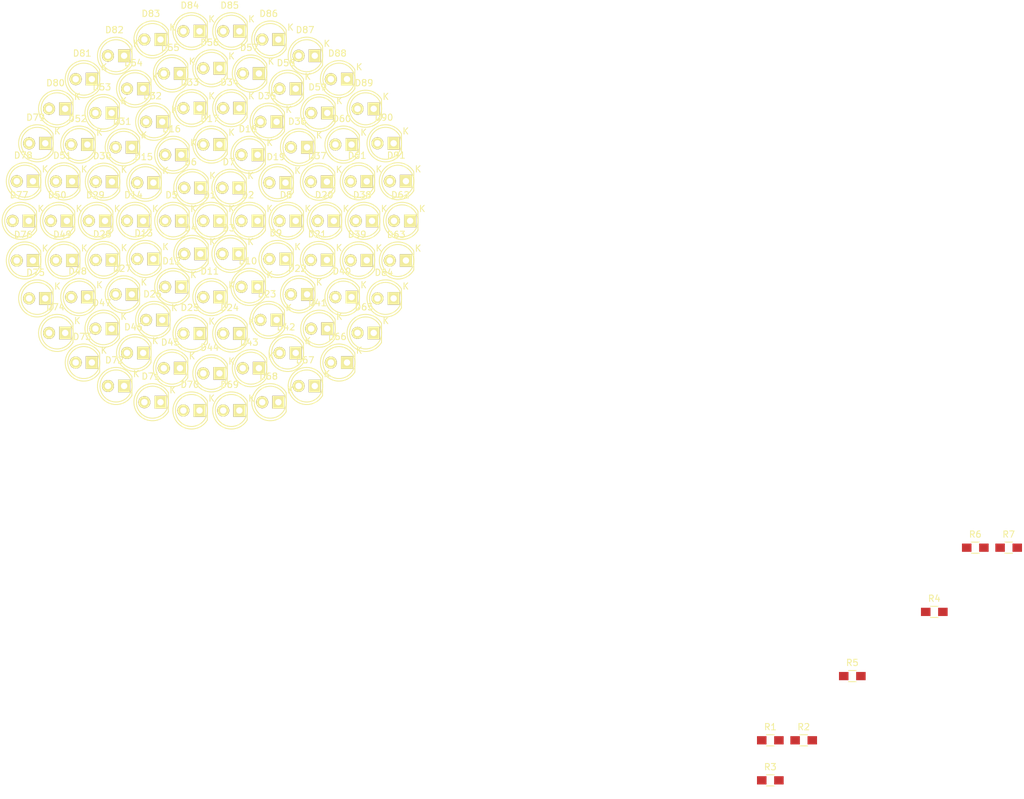
<source format=kicad_pcb>
(kicad_pcb (version 4) (host pcbnew 4.0.2+e4-6225~38~ubuntu15.10.1-stable)

  (general
    (links 0)
    (no_connects 103)
    (area 0 0 0 0)
    (thickness 1.6)
    (drawings 0)
    (tracks 0)
    (zones 0)
    (modules 98)
    (nets 94)
  )

  (page A4)
  (layers
    (0 F.Cu signal)
    (31 B.Cu signal)
    (32 B.Adhes user)
    (33 F.Adhes user)
    (34 B.Paste user)
    (35 F.Paste user)
    (36 B.SilkS user)
    (37 F.SilkS user)
    (38 B.Mask user)
    (39 F.Mask user)
    (40 Dwgs.User user)
    (41 Cmts.User user)
    (42 Eco1.User user)
    (43 Eco2.User user)
    (44 Edge.Cuts user)
    (45 Margin user)
    (46 B.CrtYd user)
    (47 F.CrtYd user)
    (48 B.Fab user)
    (49 F.Fab user)
  )

  (setup
    (last_trace_width 0.25)
    (trace_clearance 0.2)
    (zone_clearance 0.508)
    (zone_45_only no)
    (trace_min 0.2)
    (segment_width 0.2)
    (edge_width 0.15)
    (via_size 0.6)
    (via_drill 0.4)
    (via_min_size 0.4)
    (via_min_drill 0.3)
    (uvia_size 0.3)
    (uvia_drill 0.1)
    (uvias_allowed no)
    (uvia_min_size 0.2)
    (uvia_min_drill 0.1)
    (pcb_text_width 0.3)
    (pcb_text_size 1.5 1.5)
    (mod_edge_width 0.15)
    (mod_text_size 1 1)
    (mod_text_width 0.15)
    (pad_size 1.524 1.524)
    (pad_drill 0.762)
    (pad_to_mask_clearance 0.2)
    (aux_axis_origin 0 0)
    (visible_elements FFFFFF7F)
    (pcbplotparams
      (layerselection 0x00030_80000001)
      (usegerberextensions false)
      (excludeedgelayer true)
      (linewidth 0.100000)
      (plotframeref false)
      (viasonmask false)
      (mode 1)
      (useauxorigin false)
      (hpglpennumber 1)
      (hpglpenspeed 20)
      (hpglpendiameter 15)
      (hpglpenoverlay 2)
      (psnegative false)
      (psa4output false)
      (plotreference true)
      (plotvalue true)
      (plotinvisibletext false)
      (padsonsilk false)
      (subtractmaskfromsilk false)
      (outputformat 1)
      (mirror false)
      (drillshape 1)
      (scaleselection 1)
      (outputdirectory ""))
  )

  (net 0 "")
  (net 1 "Net-(D1-Pad1)")
  (net 2 +24V)
  (net 3 "Net-(D2-Pad1)")
  (net 4 "Net-(D10-Pad2)")
  (net 5 "Net-(D10-Pad1)")
  (net 6 "Net-(D12-Pad1)")
  (net 7 "Net-(D14-Pad1)")
  (net 8 "Net-(D15-Pad1)")
  (net 9 "Net-(D16-Pad1)")
  (net 10 "Net-(D17-Pad1)")
  (net 11 "Net-(D18-Pad1)")
  (net 12 "Net-(D19-Pad1)")
  (net 13 "Net-(D20-Pad1)")
  (net 14 "Net-(D21-Pad1)")
  (net 15 "Net-(D22-Pad1)")
  (net 16 "Net-(D25-Pad1)")
  (net 17 "Net-(D30-Pad1)")
  (net 18 "Net-(D32-Pad1)")
  (net 19 "Net-(D33-Pad1)")
  (net 20 "Net-(D34-Pad1)")
  (net 21 "Net-(D35-Pad1)")
  (net 22 "Net-(D36-Pad1)")
  (net 23 "Net-(D37-Pad1)")
  (net 24 "Net-(D38-Pad1)")
  (net 25 "Net-(D39-Pad1)")
  (net 26 "Net-(D40-Pad1)")
  (net 27 "Net-(D42-Pad1)")
  (net 28 "Net-(D43-Pad1)")
  (net 29 "Net-(D45-Pad1)")
  (net 30 "Net-(D52-Pad1)")
  (net 31 "Net-(D53-Pad1)")
  (net 32 "Net-(D55-Pad1)")
  (net 33 "Net-(D57-Pad1)")
  (net 34 "Net-(D58-Pad1)")
  (net 35 "Net-(D59-Pad1)")
  (net 36 "Net-(D60-Pad1)")
  (net 37 "Net-(D61-Pad1)")
  (net 38 "Net-(D62-Pad1)")
  (net 39 "Net-(D63-Pad1)")
  (net 40 "Net-(D64-Pad1)")
  (net 41 "Net-(D65-Pad1)")
  (net 42 "Net-(D80-Pad1)")
  (net 43 "Net-(D81-Pad1)")
  (net 44 "Net-(D82-Pad1)")
  (net 45 "Net-(D84-Pad1)")
  (net 46 "Net-(D87-Pad1)")
  (net 47 "Net-(D88-Pad1)")
  (net 48 "Net-(D89-Pad1)")
  (net 49 "Net-(D90-Pad1)")
  (net 50 "Net-(D91-Pad1)")
  (net 51 GND)
  (net 52 "Net-(D5-Pad1)")
  (net 53 "Net-(D1-Pad2)")
  (net 54 "Net-(D2-Pad2)")
  (net 55 "Net-(D11-Pad2)")
  (net 56 "Net-(D18-Pad2)")
  (net 57 "Net-(D20-Pad2)")
  (net 58 "Net-(D21-Pad2)")
  (net 59 "Net-(D12-Pad2)")
  (net 60 "Net-(D13-Pad2)")
  (net 61 "Net-(D14-Pad2)")
  (net 62 "Net-(D15-Pad2)")
  (net 63 "Net-(D22-Pad2)")
  (net 64 "Net-(D23-Pad2)")
  (net 65 "Net-(D24-Pad2)")
  (net 66 "Net-(D25-Pad2)")
  (net 67 "Net-(D26-Pad2)")
  (net 68 "Net-(D27-Pad2)")
  (net 69 "Net-(D28-Pad2)")
  (net 70 "Net-(D29-Pad2)")
  (net 71 "Net-(D30-Pad2)")
  (net 72 "Net-(D32-Pad2)")
  (net 73 "Net-(D34-Pad2)")
  (net 74 "Net-(D40-Pad2)")
  (net 75 "Net-(D42-Pad2)")
  (net 76 "Net-(D43-Pad2)")
  (net 77 "Net-(D45-Pad2)")
  (net 78 "Net-(D46-Pad2)")
  (net 79 "Net-(D47-Pad2)")
  (net 80 "Net-(D48-Pad2)")
  (net 81 "Net-(D49-Pad2)")
  (net 82 "Net-(D50-Pad2)")
  (net 83 "Net-(D51-Pad2)")
  (net 84 "Net-(D52-Pad2)")
  (net 85 "Net-(D55-Pad2)")
  (net 86 "Net-(D57-Pad2)")
  (net 87 "Net-(D58-Pad2)")
  (net 88 "Net-(D65-Pad2)")
  (net 89 "Net-(D66-Pad2)")
  (net 90 "Net-(D69-Pad2)")
  (net 91 "Net-(D71-Pad2)")
  (net 92 "Net-(D72-Pad2)")
  (net 93 "Net-(D73-Pad2)")

  (net_class Default "This is the default net class."
    (clearance 0.2)
    (trace_width 0.25)
    (via_dia 0.6)
    (via_drill 0.4)
    (uvia_dia 0.3)
    (uvia_drill 0.1)
  )

  (module LEDs:LED-5MM (layer F.Cu) (tedit 5570F7EA) (tstamp 579A6BF1)
    (at 150 50 180)
    (descr "LED 5mm round vertical")
    (tags "LED 5mm round vertical")
    (path /579A752A)
    (fp_text reference D1 (at 1.524 4.064 180) (layer F.SilkS)
      (effects (font (size 1 1) (thickness 0.15)))
    )
    (fp_text value LED (at 1.524 -3.937 180) (layer F.Fab)
      (effects (font (size 1 1) (thickness 0.15)))
    )
    (fp_line (start -1.5 -1.55) (end -1.5 1.55) (layer F.CrtYd) (width 0.05))
    (fp_arc (start 1.3 0) (end -1.5 1.55) (angle -302) (layer F.CrtYd) (width 0.05))
    (fp_arc (start 1.27 0) (end -1.23 -1.5) (angle 297.5) (layer F.SilkS) (width 0.15))
    (fp_line (start -1.23 1.5) (end -1.23 -1.5) (layer F.SilkS) (width 0.15))
    (fp_circle (center 1.27 0) (end 0.97 -2.5) (layer F.SilkS) (width 0.15))
    (fp_text user K (at -1.905 1.905 180) (layer F.SilkS)
      (effects (font (size 1 1) (thickness 0.15)))
    )
    (pad 1 thru_hole rect (at 0 0 270) (size 2 1.9) (drill 1.00076) (layers *.Cu *.Mask F.SilkS)
      (net 1 "Net-(D1-Pad1)"))
    (pad 2 thru_hole circle (at 2.54 0 180) (size 1.9 1.9) (drill 1.00076) (layers *.Cu *.Mask F.SilkS)
      (net 53 "Net-(D1-Pad2)"))
    (model LEDs.3dshapes/LED-5MM.wrl
      (at (xyz 0.05 0 0))
      (scale (xyz 1 1 1))
      (rotate (xyz 0 0 90))
    )
  )

  (module LEDs:LED-5MM (layer F.Cu) (tedit 5570F7EA) (tstamp 579A6BF7)
    (at 156 50 180)
    (descr "LED 5mm round vertical")
    (tags "LED 5mm round vertical")
    (path /579A784C)
    (fp_text reference D2 (at 1.524 4.064 180) (layer F.SilkS)
      (effects (font (size 1 1) (thickness 0.15)))
    )
    (fp_text value LED (at 1.524 -3.937 180) (layer F.Fab)
      (effects (font (size 1 1) (thickness 0.15)))
    )
    (fp_line (start -1.5 -1.55) (end -1.5 1.55) (layer F.CrtYd) (width 0.05))
    (fp_arc (start 1.3 0) (end -1.5 1.55) (angle -302) (layer F.CrtYd) (width 0.05))
    (fp_arc (start 1.27 0) (end -1.23 -1.5) (angle 297.5) (layer F.SilkS) (width 0.15))
    (fp_line (start -1.23 1.5) (end -1.23 -1.5) (layer F.SilkS) (width 0.15))
    (fp_circle (center 1.27 0) (end 0.97 -2.5) (layer F.SilkS) (width 0.15))
    (fp_text user K (at -1.905 1.905 180) (layer F.SilkS)
      (effects (font (size 1 1) (thickness 0.15)))
    )
    (pad 1 thru_hole rect (at 0 0 270) (size 2 1.9) (drill 1.00076) (layers *.Cu *.Mask F.SilkS)
      (net 3 "Net-(D2-Pad1)"))
    (pad 2 thru_hole circle (at 2.54 0 180) (size 1.9 1.9) (drill 1.00076) (layers *.Cu *.Mask F.SilkS)
      (net 54 "Net-(D2-Pad2)"))
    (model LEDs.3dshapes/LED-5MM.wrl
      (at (xyz 0.05 0 0))
      (scale (xyz 1 1 1))
      (rotate (xyz 0 0 90))
    )
  )

  (module LEDs:LED-5MM (layer F.Cu) (tedit 5570F7EA) (tstamp 579A6BFD)
    (at 153 55.196152 180)
    (descr "LED 5mm round vertical")
    (tags "LED 5mm round vertical")
    (path /579A7530)
    (fp_text reference D3 (at 1.524 4.064 180) (layer F.SilkS)
      (effects (font (size 1 1) (thickness 0.15)))
    )
    (fp_text value LED (at 1.524 -3.937 180) (layer F.Fab)
      (effects (font (size 1 1) (thickness 0.15)))
    )
    (fp_line (start -1.5 -1.55) (end -1.5 1.55) (layer F.CrtYd) (width 0.05))
    (fp_arc (start 1.3 0) (end -1.5 1.55) (angle -302) (layer F.CrtYd) (width 0.05))
    (fp_arc (start 1.27 0) (end -1.23 -1.5) (angle 297.5) (layer F.SilkS) (width 0.15))
    (fp_line (start -1.23 1.5) (end -1.23 -1.5) (layer F.SilkS) (width 0.15))
    (fp_circle (center 1.27 0) (end 0.97 -2.5) (layer F.SilkS) (width 0.15))
    (fp_text user K (at -1.905 1.905 180) (layer F.SilkS)
      (effects (font (size 1 1) (thickness 0.15)))
    )
    (pad 1 thru_hole rect (at 0 0 270) (size 2 1.9) (drill 1.00076) (layers *.Cu *.Mask F.SilkS)
      (net 54 "Net-(D2-Pad2)"))
    (pad 2 thru_hole circle (at 2.54 0 180) (size 1.9 1.9) (drill 1.00076) (layers *.Cu *.Mask F.SilkS)
      (net 1 "Net-(D1-Pad1)"))
    (model LEDs.3dshapes/LED-5MM.wrl
      (at (xyz 0.05 0 0))
      (scale (xyz 1 1 1))
      (rotate (xyz 0 0 90))
    )
  )

  (module LEDs:LED-5MM (layer F.Cu) (tedit 5570F7EA) (tstamp 579A6C03)
    (at 147 55.196152 180)
    (descr "LED 5mm round vertical")
    (tags "LED 5mm round vertical")
    (path /579A99B5)
    (fp_text reference D4 (at 1.524 4.064 180) (layer F.SilkS)
      (effects (font (size 1 1) (thickness 0.15)))
    )
    (fp_text value LED (at 1.524 -3.937 180) (layer F.Fab)
      (effects (font (size 1 1) (thickness 0.15)))
    )
    (fp_line (start -1.5 -1.55) (end -1.5 1.55) (layer F.CrtYd) (width 0.05))
    (fp_arc (start 1.3 0) (end -1.5 1.55) (angle -302) (layer F.CrtYd) (width 0.05))
    (fp_arc (start 1.27 0) (end -1.23 -1.5) (angle 297.5) (layer F.SilkS) (width 0.15))
    (fp_line (start -1.23 1.5) (end -1.23 -1.5) (layer F.SilkS) (width 0.15))
    (fp_circle (center 1.27 0) (end 0.97 -2.5) (layer F.SilkS) (width 0.15))
    (fp_text user K (at -1.905 1.905 180) (layer F.SilkS)
      (effects (font (size 1 1) (thickness 0.15)))
    )
    (pad 1 thru_hole rect (at 0 0 270) (size 2 1.9) (drill 1.00076) (layers *.Cu *.Mask F.SilkS)
      (net 55 "Net-(D11-Pad2)"))
    (pad 2 thru_hole circle (at 2.54 0 180) (size 1.9 1.9) (drill 1.00076) (layers *.Cu *.Mask F.SilkS)
      (net 6 "Net-(D12-Pad1)"))
    (model LEDs.3dshapes/LED-5MM.wrl
      (at (xyz 0.05 0 0))
      (scale (xyz 1 1 1))
      (rotate (xyz 0 0 90))
    )
  )

  (module LEDs:LED-5MM (layer F.Cu) (tedit 5570F7EA) (tstamp 579A6C09)
    (at 144 50 180)
    (descr "LED 5mm round vertical")
    (tags "LED 5mm round vertical")
    (path /579A751E)
    (fp_text reference D5 (at 1.524 4.064 180) (layer F.SilkS)
      (effects (font (size 1 1) (thickness 0.15)))
    )
    (fp_text value LED (at 1.524 -3.937 180) (layer F.Fab)
      (effects (font (size 1 1) (thickness 0.15)))
    )
    (fp_line (start -1.5 -1.55) (end -1.5 1.55) (layer F.CrtYd) (width 0.05))
    (fp_arc (start 1.3 0) (end -1.5 1.55) (angle -302) (layer F.CrtYd) (width 0.05))
    (fp_arc (start 1.27 0) (end -1.23 -1.5) (angle 297.5) (layer F.SilkS) (width 0.15))
    (fp_line (start -1.23 1.5) (end -1.23 -1.5) (layer F.SilkS) (width 0.15))
    (fp_circle (center 1.27 0) (end 0.97 -2.5) (layer F.SilkS) (width 0.15))
    (fp_text user K (at -1.905 1.905 180) (layer F.SilkS)
      (effects (font (size 1 1) (thickness 0.15)))
    )
    (pad 1 thru_hole rect (at 0 0 270) (size 2 1.9) (drill 1.00076) (layers *.Cu *.Mask F.SilkS)
      (net 52 "Net-(D5-Pad1)"))
    (pad 2 thru_hole circle (at 2.54 0 180) (size 1.9 1.9) (drill 1.00076) (layers *.Cu *.Mask F.SilkS)
      (net 7 "Net-(D14-Pad1)"))
    (model LEDs.3dshapes/LED-5MM.wrl
      (at (xyz 0.05 0 0))
      (scale (xyz 1 1 1))
      (rotate (xyz 0 0 90))
    )
  )

  (module LEDs:LED-5MM (layer F.Cu) (tedit 5570F7EA) (tstamp 579A6C0F)
    (at 147 44.803847 180)
    (descr "LED 5mm round vertical")
    (tags "LED 5mm round vertical")
    (path /579A7524)
    (fp_text reference D6 (at 1.524 4.064 180) (layer F.SilkS)
      (effects (font (size 1 1) (thickness 0.15)))
    )
    (fp_text value LED (at 1.524 -3.937 180) (layer F.Fab)
      (effects (font (size 1 1) (thickness 0.15)))
    )
    (fp_line (start -1.5 -1.55) (end -1.5 1.55) (layer F.CrtYd) (width 0.05))
    (fp_arc (start 1.3 0) (end -1.5 1.55) (angle -302) (layer F.CrtYd) (width 0.05))
    (fp_arc (start 1.27 0) (end -1.23 -1.5) (angle 297.5) (layer F.SilkS) (width 0.15))
    (fp_line (start -1.23 1.5) (end -1.23 -1.5) (layer F.SilkS) (width 0.15))
    (fp_circle (center 1.27 0) (end 0.97 -2.5) (layer F.SilkS) (width 0.15))
    (fp_text user K (at -1.905 1.905 180) (layer F.SilkS)
      (effects (font (size 1 1) (thickness 0.15)))
    )
    (pad 1 thru_hole rect (at 0 0 270) (size 2 1.9) (drill 1.00076) (layers *.Cu *.Mask F.SilkS)
      (net 53 "Net-(D1-Pad2)"))
    (pad 2 thru_hole circle (at 2.54 0 180) (size 1.9 1.9) (drill 1.00076) (layers *.Cu *.Mask F.SilkS)
      (net 52 "Net-(D5-Pad1)"))
    (model LEDs.3dshapes/LED-5MM.wrl
      (at (xyz 0.05 0 0))
      (scale (xyz 1 1 1))
      (rotate (xyz 0 0 90))
    )
  )

  (module LEDs:LED-5MM (layer F.Cu) (tedit 5570F7EA) (tstamp 579A6C15)
    (at 153 44.803847 180)
    (descr "LED 5mm round vertical")
    (tags "LED 5mm round vertical")
    (path /579A9E52)
    (fp_text reference D7 (at 1.524 4.064 180) (layer F.SilkS)
      (effects (font (size 1 1) (thickness 0.15)))
    )
    (fp_text value LED (at 1.524 -3.937 180) (layer F.Fab)
      (effects (font (size 1 1) (thickness 0.15)))
    )
    (fp_line (start -1.5 -1.55) (end -1.5 1.55) (layer F.CrtYd) (width 0.05))
    (fp_arc (start 1.3 0) (end -1.5 1.55) (angle -302) (layer F.CrtYd) (width 0.05))
    (fp_arc (start 1.27 0) (end -1.23 -1.5) (angle 297.5) (layer F.SilkS) (width 0.15))
    (fp_line (start -1.23 1.5) (end -1.23 -1.5) (layer F.SilkS) (width 0.15))
    (fp_circle (center 1.27 0) (end 0.97 -2.5) (layer F.SilkS) (width 0.15))
    (fp_text user K (at -1.905 1.905 180) (layer F.SilkS)
      (effects (font (size 1 1) (thickness 0.15)))
    )
    (pad 1 thru_hole rect (at 0 0 270) (size 2 1.9) (drill 1.00076) (layers *.Cu *.Mask F.SilkS)
      (net 56 "Net-(D18-Pad2)"))
    (pad 2 thru_hole circle (at 2.54 0 180) (size 1.9 1.9) (drill 1.00076) (layers *.Cu *.Mask F.SilkS)
      (net 10 "Net-(D17-Pad1)"))
    (model LEDs.3dshapes/LED-5MM.wrl
      (at (xyz 0.05 0 0))
      (scale (xyz 1 1 1))
      (rotate (xyz 0 0 90))
    )
  )

  (module LEDs:LED-5MM (layer F.Cu) (tedit 5570F7EA) (tstamp 579A6C1B)
    (at 162 50 180)
    (descr "LED 5mm round vertical")
    (tags "LED 5mm round vertical")
    (path /579A7852)
    (fp_text reference D8 (at 1.524 4.064 180) (layer F.SilkS)
      (effects (font (size 1 1) (thickness 0.15)))
    )
    (fp_text value LED (at 1.524 -3.937 180) (layer F.Fab)
      (effects (font (size 1 1) (thickness 0.15)))
    )
    (fp_line (start -1.5 -1.55) (end -1.5 1.55) (layer F.CrtYd) (width 0.05))
    (fp_arc (start 1.3 0) (end -1.5 1.55) (angle -302) (layer F.CrtYd) (width 0.05))
    (fp_arc (start 1.27 0) (end -1.23 -1.5) (angle 297.5) (layer F.SilkS) (width 0.15))
    (fp_line (start -1.23 1.5) (end -1.23 -1.5) (layer F.SilkS) (width 0.15))
    (fp_circle (center 1.27 0) (end 0.97 -2.5) (layer F.SilkS) (width 0.15))
    (fp_text user K (at -1.905 1.905 180) (layer F.SilkS)
      (effects (font (size 1 1) (thickness 0.15)))
    )
    (pad 1 thru_hole rect (at 0 0 270) (size 2 1.9) (drill 1.00076) (layers *.Cu *.Mask F.SilkS)
      (net 57 "Net-(D20-Pad2)"))
    (pad 2 thru_hole circle (at 2.54 0 180) (size 1.9 1.9) (drill 1.00076) (layers *.Cu *.Mask F.SilkS)
      (net 3 "Net-(D2-Pad1)"))
    (model LEDs.3dshapes/LED-5MM.wrl
      (at (xyz 0.05 0 0))
      (scale (xyz 1 1 1))
      (rotate (xyz 0 0 90))
    )
  )

  (module LEDs:LED-5MM (layer F.Cu) (tedit 5570F7EA) (tstamp 579A6C21)
    (at 160.392304 56 180)
    (descr "LED 5mm round vertical")
    (tags "LED 5mm round vertical")
    (path /579A99C7)
    (fp_text reference D9 (at 1.524 4.064 180) (layer F.SilkS)
      (effects (font (size 1 1) (thickness 0.15)))
    )
    (fp_text value LED (at 1.524 -3.937 180) (layer F.Fab)
      (effects (font (size 1 1) (thickness 0.15)))
    )
    (fp_line (start -1.5 -1.55) (end -1.5 1.55) (layer F.CrtYd) (width 0.05))
    (fp_arc (start 1.3 0) (end -1.5 1.55) (angle -302) (layer F.CrtYd) (width 0.05))
    (fp_arc (start 1.27 0) (end -1.23 -1.5) (angle 297.5) (layer F.SilkS) (width 0.15))
    (fp_line (start -1.23 1.5) (end -1.23 -1.5) (layer F.SilkS) (width 0.15))
    (fp_circle (center 1.27 0) (end 0.97 -2.5) (layer F.SilkS) (width 0.15))
    (fp_text user K (at -1.905 1.905 180) (layer F.SilkS)
      (effects (font (size 1 1) (thickness 0.15)))
    )
    (pad 1 thru_hole rect (at 0 0 270) (size 2 1.9) (drill 1.00076) (layers *.Cu *.Mask F.SilkS)
      (net 58 "Net-(D21-Pad2)"))
    (pad 2 thru_hole circle (at 2.54 0 180) (size 1.9 1.9) (drill 1.00076) (layers *.Cu *.Mask F.SilkS)
      (net 5 "Net-(D10-Pad1)"))
    (model LEDs.3dshapes/LED-5MM.wrl
      (at (xyz 0.05 0 0))
      (scale (xyz 1 1 1))
      (rotate (xyz 0 0 90))
    )
  )

  (module LEDs:LED-5MM (layer F.Cu) (tedit 5570F7EA) (tstamp 579A6C27)
    (at 156 60.392304 180)
    (descr "LED 5mm round vertical")
    (tags "LED 5mm round vertical")
    (path /579A99C1)
    (fp_text reference D10 (at 1.524 4.064 180) (layer F.SilkS)
      (effects (font (size 1 1) (thickness 0.15)))
    )
    (fp_text value LED (at 1.524 -3.937 180) (layer F.Fab)
      (effects (font (size 1 1) (thickness 0.15)))
    )
    (fp_line (start -1.5 -1.55) (end -1.5 1.55) (layer F.CrtYd) (width 0.05))
    (fp_arc (start 1.3 0) (end -1.5 1.55) (angle -302) (layer F.CrtYd) (width 0.05))
    (fp_arc (start 1.27 0) (end -1.23 -1.5) (angle 297.5) (layer F.SilkS) (width 0.15))
    (fp_line (start -1.23 1.5) (end -1.23 -1.5) (layer F.SilkS) (width 0.15))
    (fp_circle (center 1.27 0) (end 0.97 -2.5) (layer F.SilkS) (width 0.15))
    (fp_text user K (at -1.905 1.905 180) (layer F.SilkS)
      (effects (font (size 1 1) (thickness 0.15)))
    )
    (pad 1 thru_hole rect (at 0 0 270) (size 2 1.9) (drill 1.00076) (layers *.Cu *.Mask F.SilkS)
      (net 5 "Net-(D10-Pad1)"))
    (pad 2 thru_hole circle (at 2.54 0 180) (size 1.9 1.9) (drill 1.00076) (layers *.Cu *.Mask F.SilkS)
      (net 4 "Net-(D10-Pad2)"))
    (model LEDs.3dshapes/LED-5MM.wrl
      (at (xyz 0.05 0 0))
      (scale (xyz 1 1 1))
      (rotate (xyz 0 0 90))
    )
  )

  (module LEDs:LED-5MM (layer F.Cu) (tedit 5570F7EA) (tstamp 579A6C2D)
    (at 150 62 180)
    (descr "LED 5mm round vertical")
    (tags "LED 5mm round vertical")
    (path /579A99BB)
    (fp_text reference D11 (at 1.524 4.064 180) (layer F.SilkS)
      (effects (font (size 1 1) (thickness 0.15)))
    )
    (fp_text value LED (at 1.524 -3.937 180) (layer F.Fab)
      (effects (font (size 1 1) (thickness 0.15)))
    )
    (fp_line (start -1.5 -1.55) (end -1.5 1.55) (layer F.CrtYd) (width 0.05))
    (fp_arc (start 1.3 0) (end -1.5 1.55) (angle -302) (layer F.CrtYd) (width 0.05))
    (fp_arc (start 1.27 0) (end -1.23 -1.5) (angle 297.5) (layer F.SilkS) (width 0.15))
    (fp_line (start -1.23 1.5) (end -1.23 -1.5) (layer F.SilkS) (width 0.15))
    (fp_circle (center 1.27 0) (end 0.97 -2.5) (layer F.SilkS) (width 0.15))
    (fp_text user K (at -1.905 1.905 180) (layer F.SilkS)
      (effects (font (size 1 1) (thickness 0.15)))
    )
    (pad 1 thru_hole rect (at 0 0 270) (size 2 1.9) (drill 1.00076) (layers *.Cu *.Mask F.SilkS)
      (net 4 "Net-(D10-Pad2)"))
    (pad 2 thru_hole circle (at 2.54 0 180) (size 1.9 1.9) (drill 1.00076) (layers *.Cu *.Mask F.SilkS)
      (net 55 "Net-(D11-Pad2)"))
    (model LEDs.3dshapes/LED-5MM.wrl
      (at (xyz 0.05 0 0))
      (scale (xyz 1 1 1))
      (rotate (xyz 0 0 90))
    )
  )

  (module LEDs:LED-5MM (layer F.Cu) (tedit 5570F7EA) (tstamp 579A6C33)
    (at 144 60.392304 180)
    (descr "LED 5mm round vertical")
    (tags "LED 5mm round vertical")
    (path /579A99AF)
    (fp_text reference D12 (at 1.524 4.064 180) (layer F.SilkS)
      (effects (font (size 1 1) (thickness 0.15)))
    )
    (fp_text value LED (at 1.524 -3.937 180) (layer F.Fab)
      (effects (font (size 1 1) (thickness 0.15)))
    )
    (fp_line (start -1.5 -1.55) (end -1.5 1.55) (layer F.CrtYd) (width 0.05))
    (fp_arc (start 1.3 0) (end -1.5 1.55) (angle -302) (layer F.CrtYd) (width 0.05))
    (fp_arc (start 1.27 0) (end -1.23 -1.5) (angle 297.5) (layer F.SilkS) (width 0.15))
    (fp_line (start -1.23 1.5) (end -1.23 -1.5) (layer F.SilkS) (width 0.15))
    (fp_circle (center 1.27 0) (end 0.97 -2.5) (layer F.SilkS) (width 0.15))
    (fp_text user K (at -1.905 1.905 180) (layer F.SilkS)
      (effects (font (size 1 1) (thickness 0.15)))
    )
    (pad 1 thru_hole rect (at 0 0 270) (size 2 1.9) (drill 1.00076) (layers *.Cu *.Mask F.SilkS)
      (net 6 "Net-(D12-Pad1)"))
    (pad 2 thru_hole circle (at 2.54 0 180) (size 1.9 1.9) (drill 1.00076) (layers *.Cu *.Mask F.SilkS)
      (net 59 "Net-(D12-Pad2)"))
    (model LEDs.3dshapes/LED-5MM.wrl
      (at (xyz 0.05 0 0))
      (scale (xyz 1 1 1))
      (rotate (xyz 0 0 90))
    )
  )

  (module LEDs:LED-5MM (layer F.Cu) (tedit 5570F7EA) (tstamp 579A6C39)
    (at 139.607695 56 180)
    (descr "LED 5mm round vertical")
    (tags "LED 5mm round vertical")
    (path /579A99A9)
    (fp_text reference D13 (at 1.524 4.064 180) (layer F.SilkS)
      (effects (font (size 1 1) (thickness 0.15)))
    )
    (fp_text value LED (at 1.524 -3.937 180) (layer F.Fab)
      (effects (font (size 1 1) (thickness 0.15)))
    )
    (fp_line (start -1.5 -1.55) (end -1.5 1.55) (layer F.CrtYd) (width 0.05))
    (fp_arc (start 1.3 0) (end -1.5 1.55) (angle -302) (layer F.CrtYd) (width 0.05))
    (fp_arc (start 1.27 0) (end -1.23 -1.5) (angle 297.5) (layer F.SilkS) (width 0.15))
    (fp_line (start -1.23 1.5) (end -1.23 -1.5) (layer F.SilkS) (width 0.15))
    (fp_circle (center 1.27 0) (end 0.97 -2.5) (layer F.SilkS) (width 0.15))
    (fp_text user K (at -1.905 1.905 180) (layer F.SilkS)
      (effects (font (size 1 1) (thickness 0.15)))
    )
    (pad 1 thru_hole rect (at 0 0 270) (size 2 1.9) (drill 1.00076) (layers *.Cu *.Mask F.SilkS)
      (net 59 "Net-(D12-Pad2)"))
    (pad 2 thru_hole circle (at 2.54 0 180) (size 1.9 1.9) (drill 1.00076) (layers *.Cu *.Mask F.SilkS)
      (net 60 "Net-(D13-Pad2)"))
    (model LEDs.3dshapes/LED-5MM.wrl
      (at (xyz 0.05 0 0))
      (scale (xyz 1 1 1))
      (rotate (xyz 0 0 90))
    )
  )

  (module LEDs:LED-5MM (layer F.Cu) (tedit 5570F7EA) (tstamp 579A6C3F)
    (at 138 50 180)
    (descr "LED 5mm round vertical")
    (tags "LED 5mm round vertical")
    (path /579A7268)
    (fp_text reference D14 (at 1.524 4.064 180) (layer F.SilkS)
      (effects (font (size 1 1) (thickness 0.15)))
    )
    (fp_text value LED (at 1.524 -3.937 180) (layer F.Fab)
      (effects (font (size 1 1) (thickness 0.15)))
    )
    (fp_line (start -1.5 -1.55) (end -1.5 1.55) (layer F.CrtYd) (width 0.05))
    (fp_arc (start 1.3 0) (end -1.5 1.55) (angle -302) (layer F.CrtYd) (width 0.05))
    (fp_arc (start 1.27 0) (end -1.23 -1.5) (angle 297.5) (layer F.SilkS) (width 0.15))
    (fp_line (start -1.23 1.5) (end -1.23 -1.5) (layer F.SilkS) (width 0.15))
    (fp_circle (center 1.27 0) (end 0.97 -2.5) (layer F.SilkS) (width 0.15))
    (fp_text user K (at -1.905 1.905 180) (layer F.SilkS)
      (effects (font (size 1 1) (thickness 0.15)))
    )
    (pad 1 thru_hole rect (at 0 0 270) (size 2 1.9) (drill 1.00076) (layers *.Cu *.Mask F.SilkS)
      (net 7 "Net-(D14-Pad1)"))
    (pad 2 thru_hole circle (at 2.54 0 180) (size 1.9 1.9) (drill 1.00076) (layers *.Cu *.Mask F.SilkS)
      (net 61 "Net-(D14-Pad2)"))
    (model LEDs.3dshapes/LED-5MM.wrl
      (at (xyz 0.05 0 0))
      (scale (xyz 1 1 1))
      (rotate (xyz 0 0 90))
    )
  )

  (module LEDs:LED-5MM (layer F.Cu) (tedit 5570F7EA) (tstamp 579A6C45)
    (at 139.607695 44 180)
    (descr "LED 5mm round vertical")
    (tags "LED 5mm round vertical")
    (path /579A9E40)
    (fp_text reference D15 (at 1.524 4.064 180) (layer F.SilkS)
      (effects (font (size 1 1) (thickness 0.15)))
    )
    (fp_text value LED (at 1.524 -3.937 180) (layer F.Fab)
      (effects (font (size 1 1) (thickness 0.15)))
    )
    (fp_line (start -1.5 -1.55) (end -1.5 1.55) (layer F.CrtYd) (width 0.05))
    (fp_arc (start 1.3 0) (end -1.5 1.55) (angle -302) (layer F.CrtYd) (width 0.05))
    (fp_arc (start 1.27 0) (end -1.23 -1.5) (angle 297.5) (layer F.SilkS) (width 0.15))
    (fp_line (start -1.23 1.5) (end -1.23 -1.5) (layer F.SilkS) (width 0.15))
    (fp_circle (center 1.27 0) (end 0.97 -2.5) (layer F.SilkS) (width 0.15))
    (fp_text user K (at -1.905 1.905 180) (layer F.SilkS)
      (effects (font (size 1 1) (thickness 0.15)))
    )
    (pad 1 thru_hole rect (at 0 0 270) (size 2 1.9) (drill 1.00076) (layers *.Cu *.Mask F.SilkS)
      (net 8 "Net-(D15-Pad1)"))
    (pad 2 thru_hole circle (at 2.54 0 180) (size 1.9 1.9) (drill 1.00076) (layers *.Cu *.Mask F.SilkS)
      (net 62 "Net-(D15-Pad2)"))
    (model LEDs.3dshapes/LED-5MM.wrl
      (at (xyz 0.05 0 0))
      (scale (xyz 1 1 1))
      (rotate (xyz 0 0 90))
    )
  )

  (module LEDs:LED-5MM (layer F.Cu) (tedit 5570F7EA) (tstamp 579A6C4B)
    (at 144 39.607695 180)
    (descr "LED 5mm round vertical")
    (tags "LED 5mm round vertical")
    (path /579A9E46)
    (fp_text reference D16 (at 1.524 4.064 180) (layer F.SilkS)
      (effects (font (size 1 1) (thickness 0.15)))
    )
    (fp_text value LED (at 1.524 -3.937 180) (layer F.Fab)
      (effects (font (size 1 1) (thickness 0.15)))
    )
    (fp_line (start -1.5 -1.55) (end -1.5 1.55) (layer F.CrtYd) (width 0.05))
    (fp_arc (start 1.3 0) (end -1.5 1.55) (angle -302) (layer F.CrtYd) (width 0.05))
    (fp_arc (start 1.27 0) (end -1.23 -1.5) (angle 297.5) (layer F.SilkS) (width 0.15))
    (fp_line (start -1.23 1.5) (end -1.23 -1.5) (layer F.SilkS) (width 0.15))
    (fp_circle (center 1.27 0) (end 0.97 -2.5) (layer F.SilkS) (width 0.15))
    (fp_text user K (at -1.905 1.905 180) (layer F.SilkS)
      (effects (font (size 1 1) (thickness 0.15)))
    )
    (pad 1 thru_hole rect (at 0 0 270) (size 2 1.9) (drill 1.00076) (layers *.Cu *.Mask F.SilkS)
      (net 9 "Net-(D16-Pad1)"))
    (pad 2 thru_hole circle (at 2.54 0 180) (size 1.9 1.9) (drill 1.00076) (layers *.Cu *.Mask F.SilkS)
      (net 8 "Net-(D15-Pad1)"))
    (model LEDs.3dshapes/LED-5MM.wrl
      (at (xyz 0.05 0 0))
      (scale (xyz 1 1 1))
      (rotate (xyz 0 0 90))
    )
  )

  (module LEDs:LED-5MM (layer F.Cu) (tedit 5570F7EA) (tstamp 579A6C51)
    (at 150 38 180)
    (descr "LED 5mm round vertical")
    (tags "LED 5mm round vertical")
    (path /579A9E4C)
    (fp_text reference D17 (at 1.524 4.064 180) (layer F.SilkS)
      (effects (font (size 1 1) (thickness 0.15)))
    )
    (fp_text value LED (at 1.524 -3.937 180) (layer F.Fab)
      (effects (font (size 1 1) (thickness 0.15)))
    )
    (fp_line (start -1.5 -1.55) (end -1.5 1.55) (layer F.CrtYd) (width 0.05))
    (fp_arc (start 1.3 0) (end -1.5 1.55) (angle -302) (layer F.CrtYd) (width 0.05))
    (fp_arc (start 1.27 0) (end -1.23 -1.5) (angle 297.5) (layer F.SilkS) (width 0.15))
    (fp_line (start -1.23 1.5) (end -1.23 -1.5) (layer F.SilkS) (width 0.15))
    (fp_circle (center 1.27 0) (end 0.97 -2.5) (layer F.SilkS) (width 0.15))
    (fp_text user K (at -1.905 1.905 180) (layer F.SilkS)
      (effects (font (size 1 1) (thickness 0.15)))
    )
    (pad 1 thru_hole rect (at 0 0 270) (size 2 1.9) (drill 1.00076) (layers *.Cu *.Mask F.SilkS)
      (net 10 "Net-(D17-Pad1)"))
    (pad 2 thru_hole circle (at 2.54 0 180) (size 1.9 1.9) (drill 1.00076) (layers *.Cu *.Mask F.SilkS)
      (net 9 "Net-(D16-Pad1)"))
    (model LEDs.3dshapes/LED-5MM.wrl
      (at (xyz 0.05 0 0))
      (scale (xyz 1 1 1))
      (rotate (xyz 0 0 90))
    )
  )

  (module LEDs:LED-5MM (layer F.Cu) (tedit 5570F7EA) (tstamp 579A6C57)
    (at 156 39.607695 180)
    (descr "LED 5mm round vertical")
    (tags "LED 5mm round vertical")
    (path /579A9E58)
    (fp_text reference D18 (at 1.524 4.064 180) (layer F.SilkS)
      (effects (font (size 1 1) (thickness 0.15)))
    )
    (fp_text value LED (at 1.524 -3.937 180) (layer F.Fab)
      (effects (font (size 1 1) (thickness 0.15)))
    )
    (fp_line (start -1.5 -1.55) (end -1.5 1.55) (layer F.CrtYd) (width 0.05))
    (fp_arc (start 1.3 0) (end -1.5 1.55) (angle -302) (layer F.CrtYd) (width 0.05))
    (fp_arc (start 1.27 0) (end -1.23 -1.5) (angle 297.5) (layer F.SilkS) (width 0.15))
    (fp_line (start -1.23 1.5) (end -1.23 -1.5) (layer F.SilkS) (width 0.15))
    (fp_circle (center 1.27 0) (end 0.97 -2.5) (layer F.SilkS) (width 0.15))
    (fp_text user K (at -1.905 1.905 180) (layer F.SilkS)
      (effects (font (size 1 1) (thickness 0.15)))
    )
    (pad 1 thru_hole rect (at 0 0 270) (size 2 1.9) (drill 1.00076) (layers *.Cu *.Mask F.SilkS)
      (net 11 "Net-(D18-Pad1)"))
    (pad 2 thru_hole circle (at 2.54 0 180) (size 1.9 1.9) (drill 1.00076) (layers *.Cu *.Mask F.SilkS)
      (net 56 "Net-(D18-Pad2)"))
    (model LEDs.3dshapes/LED-5MM.wrl
      (at (xyz 0.05 0 0))
      (scale (xyz 1 1 1))
      (rotate (xyz 0 0 90))
    )
  )

  (module LEDs:LED-5MM (layer F.Cu) (tedit 5570F7EA) (tstamp 579A6C5D)
    (at 160.392304 43.999999 180)
    (descr "LED 5mm round vertical")
    (tags "LED 5mm round vertical")
    (path /579A9E5E)
    (fp_text reference D19 (at 1.524 4.064 180) (layer F.SilkS)
      (effects (font (size 1 1) (thickness 0.15)))
    )
    (fp_text value LED (at 1.524 -3.937 180) (layer F.Fab)
      (effects (font (size 1 1) (thickness 0.15)))
    )
    (fp_line (start -1.5 -1.55) (end -1.5 1.55) (layer F.CrtYd) (width 0.05))
    (fp_arc (start 1.3 0) (end -1.5 1.55) (angle -302) (layer F.CrtYd) (width 0.05))
    (fp_arc (start 1.27 0) (end -1.23 -1.5) (angle 297.5) (layer F.SilkS) (width 0.15))
    (fp_line (start -1.23 1.5) (end -1.23 -1.5) (layer F.SilkS) (width 0.15))
    (fp_circle (center 1.27 0) (end 0.97 -2.5) (layer F.SilkS) (width 0.15))
    (fp_text user K (at -1.905 1.905 180) (layer F.SilkS)
      (effects (font (size 1 1) (thickness 0.15)))
    )
    (pad 1 thru_hole rect (at 0 0 270) (size 2 1.9) (drill 1.00076) (layers *.Cu *.Mask F.SilkS)
      (net 12 "Net-(D19-Pad1)"))
    (pad 2 thru_hole circle (at 2.54 0 180) (size 1.9 1.9) (drill 1.00076) (layers *.Cu *.Mask F.SilkS)
      (net 11 "Net-(D18-Pad1)"))
    (model LEDs.3dshapes/LED-5MM.wrl
      (at (xyz 0.05 0 0))
      (scale (xyz 1 1 1))
      (rotate (xyz 0 0 90))
    )
  )

  (module LEDs:LED-5MM (layer F.Cu) (tedit 5570F7EA) (tstamp 579A6C63)
    (at 168 50 180)
    (descr "LED 5mm round vertical")
    (tags "LED 5mm round vertical")
    (path /579A7858)
    (fp_text reference D20 (at 1.524 4.064 180) (layer F.SilkS)
      (effects (font (size 1 1) (thickness 0.15)))
    )
    (fp_text value LED (at 1.524 -3.937 180) (layer F.Fab)
      (effects (font (size 1 1) (thickness 0.15)))
    )
    (fp_line (start -1.5 -1.55) (end -1.5 1.55) (layer F.CrtYd) (width 0.05))
    (fp_arc (start 1.3 0) (end -1.5 1.55) (angle -302) (layer F.CrtYd) (width 0.05))
    (fp_arc (start 1.27 0) (end -1.23 -1.5) (angle 297.5) (layer F.SilkS) (width 0.15))
    (fp_line (start -1.23 1.5) (end -1.23 -1.5) (layer F.SilkS) (width 0.15))
    (fp_circle (center 1.27 0) (end 0.97 -2.5) (layer F.SilkS) (width 0.15))
    (fp_text user K (at -1.905 1.905 180) (layer F.SilkS)
      (effects (font (size 1 1) (thickness 0.15)))
    )
    (pad 1 thru_hole rect (at 0 0 270) (size 2 1.9) (drill 1.00076) (layers *.Cu *.Mask F.SilkS)
      (net 13 "Net-(D20-Pad1)"))
    (pad 2 thru_hole circle (at 2.54 0 180) (size 1.9 1.9) (drill 1.00076) (layers *.Cu *.Mask F.SilkS)
      (net 57 "Net-(D20-Pad2)"))
    (model LEDs.3dshapes/LED-5MM.wrl
      (at (xyz 0.05 0 0))
      (scale (xyz 1 1 1))
      (rotate (xyz 0 0 90))
    )
  )

  (module LEDs:LED-5MM (layer F.Cu) (tedit 5570F7EA) (tstamp 579A6C69)
    (at 166.914467 56.156362 180)
    (descr "LED 5mm round vertical")
    (tags "LED 5mm round vertical")
    (path /579A99CD)
    (fp_text reference D21 (at 1.524 4.064 180) (layer F.SilkS)
      (effects (font (size 1 1) (thickness 0.15)))
    )
    (fp_text value LED (at 1.524 -3.937 180) (layer F.Fab)
      (effects (font (size 1 1) (thickness 0.15)))
    )
    (fp_line (start -1.5 -1.55) (end -1.5 1.55) (layer F.CrtYd) (width 0.05))
    (fp_arc (start 1.3 0) (end -1.5 1.55) (angle -302) (layer F.CrtYd) (width 0.05))
    (fp_arc (start 1.27 0) (end -1.23 -1.5) (angle 297.5) (layer F.SilkS) (width 0.15))
    (fp_line (start -1.23 1.5) (end -1.23 -1.5) (layer F.SilkS) (width 0.15))
    (fp_circle (center 1.27 0) (end 0.97 -2.5) (layer F.SilkS) (width 0.15))
    (fp_text user K (at -1.905 1.905 180) (layer F.SilkS)
      (effects (font (size 1 1) (thickness 0.15)))
    )
    (pad 1 thru_hole rect (at 0 0 270) (size 2 1.9) (drill 1.00076) (layers *.Cu *.Mask F.SilkS)
      (net 14 "Net-(D21-Pad1)"))
    (pad 2 thru_hole circle (at 2.54 0 180) (size 1.9 1.9) (drill 1.00076) (layers *.Cu *.Mask F.SilkS)
      (net 58 "Net-(D21-Pad2)"))
    (model LEDs.3dshapes/LED-5MM.wrl
      (at (xyz 0.05 0 0))
      (scale (xyz 1 1 1))
      (rotate (xyz 0 0 90))
    )
  )

  (module LEDs:LED-5MM (layer F.Cu) (tedit 5570F7EA) (tstamp 579A6C6F)
    (at 163.788799 61.570176 180)
    (descr "LED 5mm round vertical")
    (tags "LED 5mm round vertical")
    (path /579AAF34)
    (fp_text reference D22 (at 1.524 4.064 180) (layer F.SilkS)
      (effects (font (size 1 1) (thickness 0.15)))
    )
    (fp_text value LED (at 1.524 -3.937 180) (layer F.Fab)
      (effects (font (size 1 1) (thickness 0.15)))
    )
    (fp_line (start -1.5 -1.55) (end -1.5 1.55) (layer F.CrtYd) (width 0.05))
    (fp_arc (start 1.3 0) (end -1.5 1.55) (angle -302) (layer F.CrtYd) (width 0.05))
    (fp_arc (start 1.27 0) (end -1.23 -1.5) (angle 297.5) (layer F.SilkS) (width 0.15))
    (fp_line (start -1.23 1.5) (end -1.23 -1.5) (layer F.SilkS) (width 0.15))
    (fp_circle (center 1.27 0) (end 0.97 -2.5) (layer F.SilkS) (width 0.15))
    (fp_text user K (at -1.905 1.905 180) (layer F.SilkS)
      (effects (font (size 1 1) (thickness 0.15)))
    )
    (pad 1 thru_hole rect (at 0 0 270) (size 2 1.9) (drill 1.00076) (layers *.Cu *.Mask F.SilkS)
      (net 15 "Net-(D22-Pad1)"))
    (pad 2 thru_hole circle (at 2.54 0 180) (size 1.9 1.9) (drill 1.00076) (layers *.Cu *.Mask F.SilkS)
      (net 63 "Net-(D22-Pad2)"))
    (model LEDs.3dshapes/LED-5MM.wrl
      (at (xyz 0.05 0 0))
      (scale (xyz 1 1 1))
      (rotate (xyz 0 0 90))
    )
  )

  (module LEDs:LED-5MM (layer F.Cu) (tedit 5570F7EA) (tstamp 579A6C75)
    (at 159 65.588457 180)
    (descr "LED 5mm round vertical")
    (tags "LED 5mm round vertical")
    (path /579AAF2E)
    (fp_text reference D23 (at 1.524 4.064 180) (layer F.SilkS)
      (effects (font (size 1 1) (thickness 0.15)))
    )
    (fp_text value LED (at 1.524 -3.937 180) (layer F.Fab)
      (effects (font (size 1 1) (thickness 0.15)))
    )
    (fp_line (start -1.5 -1.55) (end -1.5 1.55) (layer F.CrtYd) (width 0.05))
    (fp_arc (start 1.3 0) (end -1.5 1.55) (angle -302) (layer F.CrtYd) (width 0.05))
    (fp_arc (start 1.27 0) (end -1.23 -1.5) (angle 297.5) (layer F.SilkS) (width 0.15))
    (fp_line (start -1.23 1.5) (end -1.23 -1.5) (layer F.SilkS) (width 0.15))
    (fp_circle (center 1.27 0) (end 0.97 -2.5) (layer F.SilkS) (width 0.15))
    (fp_text user K (at -1.905 1.905 180) (layer F.SilkS)
      (effects (font (size 1 1) (thickness 0.15)))
    )
    (pad 1 thru_hole rect (at 0 0 270) (size 2 1.9) (drill 1.00076) (layers *.Cu *.Mask F.SilkS)
      (net 63 "Net-(D22-Pad2)"))
    (pad 2 thru_hole circle (at 2.54 0 180) (size 1.9 1.9) (drill 1.00076) (layers *.Cu *.Mask F.SilkS)
      (net 64 "Net-(D23-Pad2)"))
    (model LEDs.3dshapes/LED-5MM.wrl
      (at (xyz 0.05 0 0))
      (scale (xyz 1 1 1))
      (rotate (xyz 0 0 90))
    )
  )

  (module LEDs:LED-5MM (layer F.Cu) (tedit 5570F7EA) (tstamp 579A6C7B)
    (at 153.125667 67.726539 180)
    (descr "LED 5mm round vertical")
    (tags "LED 5mm round vertical")
    (path /579AAF28)
    (fp_text reference D24 (at 1.524 4.064 180) (layer F.SilkS)
      (effects (font (size 1 1) (thickness 0.15)))
    )
    (fp_text value LED (at 1.524 -3.937 180) (layer F.Fab)
      (effects (font (size 1 1) (thickness 0.15)))
    )
    (fp_line (start -1.5 -1.55) (end -1.5 1.55) (layer F.CrtYd) (width 0.05))
    (fp_arc (start 1.3 0) (end -1.5 1.55) (angle -302) (layer F.CrtYd) (width 0.05))
    (fp_arc (start 1.27 0) (end -1.23 -1.5) (angle 297.5) (layer F.SilkS) (width 0.15))
    (fp_line (start -1.23 1.5) (end -1.23 -1.5) (layer F.SilkS) (width 0.15))
    (fp_circle (center 1.27 0) (end 0.97 -2.5) (layer F.SilkS) (width 0.15))
    (fp_text user K (at -1.905 1.905 180) (layer F.SilkS)
      (effects (font (size 1 1) (thickness 0.15)))
    )
    (pad 1 thru_hole rect (at 0 0 270) (size 2 1.9) (drill 1.00076) (layers *.Cu *.Mask F.SilkS)
      (net 64 "Net-(D23-Pad2)"))
    (pad 2 thru_hole circle (at 2.54 0 180) (size 1.9 1.9) (drill 1.00076) (layers *.Cu *.Mask F.SilkS)
      (net 65 "Net-(D24-Pad2)"))
    (model LEDs.3dshapes/LED-5MM.wrl
      (at (xyz 0.05 0 0))
      (scale (xyz 1 1 1))
      (rotate (xyz 0 0 90))
    )
  )

  (module LEDs:LED-5MM (layer F.Cu) (tedit 5570F7EA) (tstamp 579A6C81)
    (at 146.874332 67.726539 180)
    (descr "LED 5mm round vertical")
    (tags "LED 5mm round vertical")
    (path /579AAF1C)
    (fp_text reference D25 (at 1.524 4.064 180) (layer F.SilkS)
      (effects (font (size 1 1) (thickness 0.15)))
    )
    (fp_text value LED (at 1.524 -3.937 180) (layer F.Fab)
      (effects (font (size 1 1) (thickness 0.15)))
    )
    (fp_line (start -1.5 -1.55) (end -1.5 1.55) (layer F.CrtYd) (width 0.05))
    (fp_arc (start 1.3 0) (end -1.5 1.55) (angle -302) (layer F.CrtYd) (width 0.05))
    (fp_arc (start 1.27 0) (end -1.23 -1.5) (angle 297.5) (layer F.SilkS) (width 0.15))
    (fp_line (start -1.23 1.5) (end -1.23 -1.5) (layer F.SilkS) (width 0.15))
    (fp_circle (center 1.27 0) (end 0.97 -2.5) (layer F.SilkS) (width 0.15))
    (fp_text user K (at -1.905 1.905 180) (layer F.SilkS)
      (effects (font (size 1 1) (thickness 0.15)))
    )
    (pad 1 thru_hole rect (at 0 0 270) (size 2 1.9) (drill 1.00076) (layers *.Cu *.Mask F.SilkS)
      (net 16 "Net-(D25-Pad1)"))
    (pad 2 thru_hole circle (at 2.54 0 180) (size 1.9 1.9) (drill 1.00076) (layers *.Cu *.Mask F.SilkS)
      (net 66 "Net-(D25-Pad2)"))
    (model LEDs.3dshapes/LED-5MM.wrl
      (at (xyz 0.05 0 0))
      (scale (xyz 1 1 1))
      (rotate (xyz 0 0 90))
    )
  )

  (module LEDs:LED-5MM (layer F.Cu) (tedit 5570F7EA) (tstamp 579A6C87)
    (at 141 65.588457 180)
    (descr "LED 5mm round vertical")
    (tags "LED 5mm round vertical")
    (path /579AAF16)
    (fp_text reference D26 (at 1.524 4.064 180) (layer F.SilkS)
      (effects (font (size 1 1) (thickness 0.15)))
    )
    (fp_text value LED (at 1.524 -3.937 180) (layer F.Fab)
      (effects (font (size 1 1) (thickness 0.15)))
    )
    (fp_line (start -1.5 -1.55) (end -1.5 1.55) (layer F.CrtYd) (width 0.05))
    (fp_arc (start 1.3 0) (end -1.5 1.55) (angle -302) (layer F.CrtYd) (width 0.05))
    (fp_arc (start 1.27 0) (end -1.23 -1.5) (angle 297.5) (layer F.SilkS) (width 0.15))
    (fp_line (start -1.23 1.5) (end -1.23 -1.5) (layer F.SilkS) (width 0.15))
    (fp_circle (center 1.27 0) (end 0.97 -2.5) (layer F.SilkS) (width 0.15))
    (fp_text user K (at -1.905 1.905 180) (layer F.SilkS)
      (effects (font (size 1 1) (thickness 0.15)))
    )
    (pad 1 thru_hole rect (at 0 0 270) (size 2 1.9) (drill 1.00076) (layers *.Cu *.Mask F.SilkS)
      (net 66 "Net-(D25-Pad2)"))
    (pad 2 thru_hole circle (at 2.54 0 180) (size 1.9 1.9) (drill 1.00076) (layers *.Cu *.Mask F.SilkS)
      (net 67 "Net-(D26-Pad2)"))
    (model LEDs.3dshapes/LED-5MM.wrl
      (at (xyz 0.05 0 0))
      (scale (xyz 1 1 1))
      (rotate (xyz 0 0 90))
    )
  )

  (module LEDs:LED-5MM (layer F.Cu) (tedit 5570F7EA) (tstamp 579A6C8D)
    (at 136.2112 61.570176 180)
    (descr "LED 5mm round vertical")
    (tags "LED 5mm round vertical")
    (path /579A99A3)
    (fp_text reference D27 (at 1.524 4.064 180) (layer F.SilkS)
      (effects (font (size 1 1) (thickness 0.15)))
    )
    (fp_text value LED (at 1.524 -3.937 180) (layer F.Fab)
      (effects (font (size 1 1) (thickness 0.15)))
    )
    (fp_line (start -1.5 -1.55) (end -1.5 1.55) (layer F.CrtYd) (width 0.05))
    (fp_arc (start 1.3 0) (end -1.5 1.55) (angle -302) (layer F.CrtYd) (width 0.05))
    (fp_arc (start 1.27 0) (end -1.23 -1.5) (angle 297.5) (layer F.SilkS) (width 0.15))
    (fp_line (start -1.23 1.5) (end -1.23 -1.5) (layer F.SilkS) (width 0.15))
    (fp_circle (center 1.27 0) (end 0.97 -2.5) (layer F.SilkS) (width 0.15))
    (fp_text user K (at -1.905 1.905 180) (layer F.SilkS)
      (effects (font (size 1 1) (thickness 0.15)))
    )
    (pad 1 thru_hole rect (at 0 0 270) (size 2 1.9) (drill 1.00076) (layers *.Cu *.Mask F.SilkS)
      (net 60 "Net-(D13-Pad2)"))
    (pad 2 thru_hole circle (at 2.54 0 180) (size 1.9 1.9) (drill 1.00076) (layers *.Cu *.Mask F.SilkS)
      (net 68 "Net-(D27-Pad2)"))
    (model LEDs.3dshapes/LED-5MM.wrl
      (at (xyz 0.05 0 0))
      (scale (xyz 1 1 1))
      (rotate (xyz 0 0 90))
    )
  )

  (module LEDs:LED-5MM (layer F.Cu) (tedit 5570F7EA) (tstamp 579A6C93)
    (at 133.085532 56.156362 180)
    (descr "LED 5mm round vertical")
    (tags "LED 5mm round vertical")
    (path /579A999D)
    (fp_text reference D28 (at 1.524 4.064 180) (layer F.SilkS)
      (effects (font (size 1 1) (thickness 0.15)))
    )
    (fp_text value LED (at 1.524 -3.937 180) (layer F.Fab)
      (effects (font (size 1 1) (thickness 0.15)))
    )
    (fp_line (start -1.5 -1.55) (end -1.5 1.55) (layer F.CrtYd) (width 0.05))
    (fp_arc (start 1.3 0) (end -1.5 1.55) (angle -302) (layer F.CrtYd) (width 0.05))
    (fp_arc (start 1.27 0) (end -1.23 -1.5) (angle 297.5) (layer F.SilkS) (width 0.15))
    (fp_line (start -1.23 1.5) (end -1.23 -1.5) (layer F.SilkS) (width 0.15))
    (fp_circle (center 1.27 0) (end 0.97 -2.5) (layer F.SilkS) (width 0.15))
    (fp_text user K (at -1.905 1.905 180) (layer F.SilkS)
      (effects (font (size 1 1) (thickness 0.15)))
    )
    (pad 1 thru_hole rect (at 0 0 270) (size 2 1.9) (drill 1.00076) (layers *.Cu *.Mask F.SilkS)
      (net 68 "Net-(D27-Pad2)"))
    (pad 2 thru_hole circle (at 2.54 0 180) (size 1.9 1.9) (drill 1.00076) (layers *.Cu *.Mask F.SilkS)
      (net 69 "Net-(D28-Pad2)"))
    (model LEDs.3dshapes/LED-5MM.wrl
      (at (xyz 0.05 0 0))
      (scale (xyz 1 1 1))
      (rotate (xyz 0 0 90))
    )
  )

  (module LEDs:LED-5MM (layer F.Cu) (tedit 5570F7EA) (tstamp 579A6C99)
    (at 132 50 180)
    (descr "LED 5mm round vertical")
    (tags "LED 5mm round vertical")
    (path /579A7262)
    (fp_text reference D29 (at 1.524 4.064 180) (layer F.SilkS)
      (effects (font (size 1 1) (thickness 0.15)))
    )
    (fp_text value LED (at 1.524 -3.937 180) (layer F.Fab)
      (effects (font (size 1 1) (thickness 0.15)))
    )
    (fp_line (start -1.5 -1.55) (end -1.5 1.55) (layer F.CrtYd) (width 0.05))
    (fp_arc (start 1.3 0) (end -1.5 1.55) (angle -302) (layer F.CrtYd) (width 0.05))
    (fp_arc (start 1.27 0) (end -1.23 -1.5) (angle 297.5) (layer F.SilkS) (width 0.15))
    (fp_line (start -1.23 1.5) (end -1.23 -1.5) (layer F.SilkS) (width 0.15))
    (fp_circle (center 1.27 0) (end 0.97 -2.5) (layer F.SilkS) (width 0.15))
    (fp_text user K (at -1.905 1.905 180) (layer F.SilkS)
      (effects (font (size 1 1) (thickness 0.15)))
    )
    (pad 1 thru_hole rect (at 0 0 270) (size 2 1.9) (drill 1.00076) (layers *.Cu *.Mask F.SilkS)
      (net 61 "Net-(D14-Pad2)"))
    (pad 2 thru_hole circle (at 2.54 0 180) (size 1.9 1.9) (drill 1.00076) (layers *.Cu *.Mask F.SilkS)
      (net 70 "Net-(D29-Pad2)"))
    (model LEDs.3dshapes/LED-5MM.wrl
      (at (xyz 0.05 0 0))
      (scale (xyz 1 1 1))
      (rotate (xyz 0 0 90))
    )
  )

  (module LEDs:LED-5MM (layer F.Cu) (tedit 5570F7EA) (tstamp 579A6C9F)
    (at 133.085532 43.843637 180)
    (descr "LED 5mm round vertical")
    (tags "LED 5mm round vertical")
    (path /579A9E34)
    (fp_text reference D30 (at 1.524 4.064 180) (layer F.SilkS)
      (effects (font (size 1 1) (thickness 0.15)))
    )
    (fp_text value LED (at 1.524 -3.937 180) (layer F.Fab)
      (effects (font (size 1 1) (thickness 0.15)))
    )
    (fp_line (start -1.5 -1.55) (end -1.5 1.55) (layer F.CrtYd) (width 0.05))
    (fp_arc (start 1.3 0) (end -1.5 1.55) (angle -302) (layer F.CrtYd) (width 0.05))
    (fp_arc (start 1.27 0) (end -1.23 -1.5) (angle 297.5) (layer F.SilkS) (width 0.15))
    (fp_line (start -1.23 1.5) (end -1.23 -1.5) (layer F.SilkS) (width 0.15))
    (fp_circle (center 1.27 0) (end 0.97 -2.5) (layer F.SilkS) (width 0.15))
    (fp_text user K (at -1.905 1.905 180) (layer F.SilkS)
      (effects (font (size 1 1) (thickness 0.15)))
    )
    (pad 1 thru_hole rect (at 0 0 270) (size 2 1.9) (drill 1.00076) (layers *.Cu *.Mask F.SilkS)
      (net 17 "Net-(D30-Pad1)"))
    (pad 2 thru_hole circle (at 2.54 0 180) (size 1.9 1.9) (drill 1.00076) (layers *.Cu *.Mask F.SilkS)
      (net 71 "Net-(D30-Pad2)"))
    (model LEDs.3dshapes/LED-5MM.wrl
      (at (xyz 0.05 0 0))
      (scale (xyz 1 1 1))
      (rotate (xyz 0 0 90))
    )
  )

  (module LEDs:LED-5MM (layer F.Cu) (tedit 5570F7EA) (tstamp 579A6CA5)
    (at 136.2112 38.429823 180)
    (descr "LED 5mm round vertical")
    (tags "LED 5mm round vertical")
    (path /579A9E3A)
    (fp_text reference D31 (at 1.524 4.064 180) (layer F.SilkS)
      (effects (font (size 1 1) (thickness 0.15)))
    )
    (fp_text value LED (at 1.524 -3.937 180) (layer F.Fab)
      (effects (font (size 1 1) (thickness 0.15)))
    )
    (fp_line (start -1.5 -1.55) (end -1.5 1.55) (layer F.CrtYd) (width 0.05))
    (fp_arc (start 1.3 0) (end -1.5 1.55) (angle -302) (layer F.CrtYd) (width 0.05))
    (fp_arc (start 1.27 0) (end -1.23 -1.5) (angle 297.5) (layer F.SilkS) (width 0.15))
    (fp_line (start -1.23 1.5) (end -1.23 -1.5) (layer F.SilkS) (width 0.15))
    (fp_circle (center 1.27 0) (end 0.97 -2.5) (layer F.SilkS) (width 0.15))
    (fp_text user K (at -1.905 1.905 180) (layer F.SilkS)
      (effects (font (size 1 1) (thickness 0.15)))
    )
    (pad 1 thru_hole rect (at 0 0 270) (size 2 1.9) (drill 1.00076) (layers *.Cu *.Mask F.SilkS)
      (net 62 "Net-(D15-Pad2)"))
    (pad 2 thru_hole circle (at 2.54 0 180) (size 1.9 1.9) (drill 1.00076) (layers *.Cu *.Mask F.SilkS)
      (net 17 "Net-(D30-Pad1)"))
    (model LEDs.3dshapes/LED-5MM.wrl
      (at (xyz 0.05 0 0))
      (scale (xyz 1 1 1))
      (rotate (xyz 0 0 90))
    )
  )

  (module LEDs:LED-5MM (layer F.Cu) (tedit 5570F7EA) (tstamp 579A6CAB)
    (at 141 34.411542 180)
    (descr "LED 5mm round vertical")
    (tags "LED 5mm round vertical")
    (path /579A9EAF)
    (fp_text reference D32 (at 1.524 4.064 180) (layer F.SilkS)
      (effects (font (size 1 1) (thickness 0.15)))
    )
    (fp_text value LED (at 1.524 -3.937 180) (layer F.Fab)
      (effects (font (size 1 1) (thickness 0.15)))
    )
    (fp_line (start -1.5 -1.55) (end -1.5 1.55) (layer F.CrtYd) (width 0.05))
    (fp_arc (start 1.3 0) (end -1.5 1.55) (angle -302) (layer F.CrtYd) (width 0.05))
    (fp_arc (start 1.27 0) (end -1.23 -1.5) (angle 297.5) (layer F.SilkS) (width 0.15))
    (fp_line (start -1.23 1.5) (end -1.23 -1.5) (layer F.SilkS) (width 0.15))
    (fp_circle (center 1.27 0) (end 0.97 -2.5) (layer F.SilkS) (width 0.15))
    (fp_text user K (at -1.905 1.905 180) (layer F.SilkS)
      (effects (font (size 1 1) (thickness 0.15)))
    )
    (pad 1 thru_hole rect (at 0 0 270) (size 2 1.9) (drill 1.00076) (layers *.Cu *.Mask F.SilkS)
      (net 18 "Net-(D32-Pad1)"))
    (pad 2 thru_hole circle (at 2.54 0 180) (size 1.9 1.9) (drill 1.00076) (layers *.Cu *.Mask F.SilkS)
      (net 72 "Net-(D32-Pad2)"))
    (model LEDs.3dshapes/LED-5MM.wrl
      (at (xyz 0.05 0 0))
      (scale (xyz 1 1 1))
      (rotate (xyz 0 0 90))
    )
  )

  (module LEDs:LED-5MM (layer F.Cu) (tedit 5570F7EA) (tstamp 579A6CB1)
    (at 146.874332 32.27346 180)
    (descr "LED 5mm round vertical")
    (tags "LED 5mm round vertical")
    (path /579A9EB5)
    (fp_text reference D33 (at 1.524 4.064 180) (layer F.SilkS)
      (effects (font (size 1 1) (thickness 0.15)))
    )
    (fp_text value LED (at 1.524 -3.937 180) (layer F.Fab)
      (effects (font (size 1 1) (thickness 0.15)))
    )
    (fp_line (start -1.5 -1.55) (end -1.5 1.55) (layer F.CrtYd) (width 0.05))
    (fp_arc (start 1.3 0) (end -1.5 1.55) (angle -302) (layer F.CrtYd) (width 0.05))
    (fp_arc (start 1.27 0) (end -1.23 -1.5) (angle 297.5) (layer F.SilkS) (width 0.15))
    (fp_line (start -1.23 1.5) (end -1.23 -1.5) (layer F.SilkS) (width 0.15))
    (fp_circle (center 1.27 0) (end 0.97 -2.5) (layer F.SilkS) (width 0.15))
    (fp_text user K (at -1.905 1.905 180) (layer F.SilkS)
      (effects (font (size 1 1) (thickness 0.15)))
    )
    (pad 1 thru_hole rect (at 0 0 270) (size 2 1.9) (drill 1.00076) (layers *.Cu *.Mask F.SilkS)
      (net 19 "Net-(D33-Pad1)"))
    (pad 2 thru_hole circle (at 2.54 0 180) (size 1.9 1.9) (drill 1.00076) (layers *.Cu *.Mask F.SilkS)
      (net 18 "Net-(D32-Pad1)"))
    (model LEDs.3dshapes/LED-5MM.wrl
      (at (xyz 0.05 0 0))
      (scale (xyz 1 1 1))
      (rotate (xyz 0 0 90))
    )
  )

  (module LEDs:LED-5MM (layer F.Cu) (tedit 5570F7EA) (tstamp 579A6CB7)
    (at 153.125667 32.27346 180)
    (descr "LED 5mm round vertical")
    (tags "LED 5mm round vertical")
    (path /579A9EC1)
    (fp_text reference D34 (at 1.524 4.064 180) (layer F.SilkS)
      (effects (font (size 1 1) (thickness 0.15)))
    )
    (fp_text value LED (at 1.524 -3.937 180) (layer F.Fab)
      (effects (font (size 1 1) (thickness 0.15)))
    )
    (fp_line (start -1.5 -1.55) (end -1.5 1.55) (layer F.CrtYd) (width 0.05))
    (fp_arc (start 1.3 0) (end -1.5 1.55) (angle -302) (layer F.CrtYd) (width 0.05))
    (fp_arc (start 1.27 0) (end -1.23 -1.5) (angle 297.5) (layer F.SilkS) (width 0.15))
    (fp_line (start -1.23 1.5) (end -1.23 -1.5) (layer F.SilkS) (width 0.15))
    (fp_circle (center 1.27 0) (end 0.97 -2.5) (layer F.SilkS) (width 0.15))
    (fp_text user K (at -1.905 1.905 180) (layer F.SilkS)
      (effects (font (size 1 1) (thickness 0.15)))
    )
    (pad 1 thru_hole rect (at 0 0 270) (size 2 1.9) (drill 1.00076) (layers *.Cu *.Mask F.SilkS)
      (net 20 "Net-(D34-Pad1)"))
    (pad 2 thru_hole circle (at 2.54 0 180) (size 1.9 1.9) (drill 1.00076) (layers *.Cu *.Mask F.SilkS)
      (net 73 "Net-(D34-Pad2)"))
    (model LEDs.3dshapes/LED-5MM.wrl
      (at (xyz 0.05 0 0))
      (scale (xyz 1 1 1))
      (rotate (xyz 0 0 90))
    )
  )

  (module LEDs:LED-5MM (layer F.Cu) (tedit 5570F7EA) (tstamp 579A6CBD)
    (at 159 34.411542 180)
    (descr "LED 5mm round vertical")
    (tags "LED 5mm round vertical")
    (path /579A9EC7)
    (fp_text reference D35 (at 1.524 4.064 180) (layer F.SilkS)
      (effects (font (size 1 1) (thickness 0.15)))
    )
    (fp_text value LED (at 1.524 -3.937 180) (layer F.Fab)
      (effects (font (size 1 1) (thickness 0.15)))
    )
    (fp_line (start -1.5 -1.55) (end -1.5 1.55) (layer F.CrtYd) (width 0.05))
    (fp_arc (start 1.3 0) (end -1.5 1.55) (angle -302) (layer F.CrtYd) (width 0.05))
    (fp_arc (start 1.27 0) (end -1.23 -1.5) (angle 297.5) (layer F.SilkS) (width 0.15))
    (fp_line (start -1.23 1.5) (end -1.23 -1.5) (layer F.SilkS) (width 0.15))
    (fp_circle (center 1.27 0) (end 0.97 -2.5) (layer F.SilkS) (width 0.15))
    (fp_text user K (at -1.905 1.905 180) (layer F.SilkS)
      (effects (font (size 1 1) (thickness 0.15)))
    )
    (pad 1 thru_hole rect (at 0 0 270) (size 2 1.9) (drill 1.00076) (layers *.Cu *.Mask F.SilkS)
      (net 21 "Net-(D35-Pad1)"))
    (pad 2 thru_hole circle (at 2.54 0 180) (size 1.9 1.9) (drill 1.00076) (layers *.Cu *.Mask F.SilkS)
      (net 20 "Net-(D34-Pad1)"))
    (model LEDs.3dshapes/LED-5MM.wrl
      (at (xyz 0.05 0 0))
      (scale (xyz 1 1 1))
      (rotate (xyz 0 0 90))
    )
  )

  (module LEDs:LED-5MM (layer F.Cu) (tedit 5570F7EA) (tstamp 579A6CC3)
    (at 163.788799 38.429823 180)
    (descr "LED 5mm round vertical")
    (tags "LED 5mm round vertical")
    (path /579A9ECD)
    (fp_text reference D36 (at 1.524 4.064 180) (layer F.SilkS)
      (effects (font (size 1 1) (thickness 0.15)))
    )
    (fp_text value LED (at 1.524 -3.937 180) (layer F.Fab)
      (effects (font (size 1 1) (thickness 0.15)))
    )
    (fp_line (start -1.5 -1.55) (end -1.5 1.55) (layer F.CrtYd) (width 0.05))
    (fp_arc (start 1.3 0) (end -1.5 1.55) (angle -302) (layer F.CrtYd) (width 0.05))
    (fp_arc (start 1.27 0) (end -1.23 -1.5) (angle 297.5) (layer F.SilkS) (width 0.15))
    (fp_line (start -1.23 1.5) (end -1.23 -1.5) (layer F.SilkS) (width 0.15))
    (fp_circle (center 1.27 0) (end 0.97 -2.5) (layer F.SilkS) (width 0.15))
    (fp_text user K (at -1.905 1.905 180) (layer F.SilkS)
      (effects (font (size 1 1) (thickness 0.15)))
    )
    (pad 1 thru_hole rect (at 0 0 270) (size 2 1.9) (drill 1.00076) (layers *.Cu *.Mask F.SilkS)
      (net 22 "Net-(D36-Pad1)"))
    (pad 2 thru_hole circle (at 2.54 0 180) (size 1.9 1.9) (drill 1.00076) (layers *.Cu *.Mask F.SilkS)
      (net 21 "Net-(D35-Pad1)"))
    (model LEDs.3dshapes/LED-5MM.wrl
      (at (xyz 0.05 0 0))
      (scale (xyz 1 1 1))
      (rotate (xyz 0 0 90))
    )
  )

  (module LEDs:LED-5MM (layer F.Cu) (tedit 5570F7EA) (tstamp 579A6CC9)
    (at 166.914467 43.843637 180)
    (descr "LED 5mm round vertical")
    (tags "LED 5mm round vertical")
    (path /579A9E64)
    (fp_text reference D37 (at 1.524 4.064 180) (layer F.SilkS)
      (effects (font (size 1 1) (thickness 0.15)))
    )
    (fp_text value LED (at 1.524 -3.937 180) (layer F.Fab)
      (effects (font (size 1 1) (thickness 0.15)))
    )
    (fp_line (start -1.5 -1.55) (end -1.5 1.55) (layer F.CrtYd) (width 0.05))
    (fp_arc (start 1.3 0) (end -1.5 1.55) (angle -302) (layer F.CrtYd) (width 0.05))
    (fp_arc (start 1.27 0) (end -1.23 -1.5) (angle 297.5) (layer F.SilkS) (width 0.15))
    (fp_line (start -1.23 1.5) (end -1.23 -1.5) (layer F.SilkS) (width 0.15))
    (fp_circle (center 1.27 0) (end 0.97 -2.5) (layer F.SilkS) (width 0.15))
    (fp_text user K (at -1.905 1.905 180) (layer F.SilkS)
      (effects (font (size 1 1) (thickness 0.15)))
    )
    (pad 1 thru_hole rect (at 0 0 270) (size 2 1.9) (drill 1.00076) (layers *.Cu *.Mask F.SilkS)
      (net 23 "Net-(D37-Pad1)"))
    (pad 2 thru_hole circle (at 2.54 0 180) (size 1.9 1.9) (drill 1.00076) (layers *.Cu *.Mask F.SilkS)
      (net 12 "Net-(D19-Pad1)"))
    (model LEDs.3dshapes/LED-5MM.wrl
      (at (xyz 0.05 0 0))
      (scale (xyz 1 1 1))
      (rotate (xyz 0 0 90))
    )
  )

  (module LEDs:LED-5MM (layer F.Cu) (tedit 5570F7EA) (tstamp 579A6CCF)
    (at 174 50 180)
    (descr "LED 5mm round vertical")
    (tags "LED 5mm round vertical")
    (path /579A785E)
    (fp_text reference D38 (at 1.524 4.064 180) (layer F.SilkS)
      (effects (font (size 1 1) (thickness 0.15)))
    )
    (fp_text value LED (at 1.524 -3.937 180) (layer F.Fab)
      (effects (font (size 1 1) (thickness 0.15)))
    )
    (fp_line (start -1.5 -1.55) (end -1.5 1.55) (layer F.CrtYd) (width 0.05))
    (fp_arc (start 1.3 0) (end -1.5 1.55) (angle -302) (layer F.CrtYd) (width 0.05))
    (fp_arc (start 1.27 0) (end -1.23 -1.5) (angle 297.5) (layer F.SilkS) (width 0.15))
    (fp_line (start -1.23 1.5) (end -1.23 -1.5) (layer F.SilkS) (width 0.15))
    (fp_circle (center 1.27 0) (end 0.97 -2.5) (layer F.SilkS) (width 0.15))
    (fp_text user K (at -1.905 1.905 180) (layer F.SilkS)
      (effects (font (size 1 1) (thickness 0.15)))
    )
    (pad 1 thru_hole rect (at 0 0 270) (size 2 1.9) (drill 1.00076) (layers *.Cu *.Mask F.SilkS)
      (net 24 "Net-(D38-Pad1)"))
    (pad 2 thru_hole circle (at 2.54 0 180) (size 1.9 1.9) (drill 1.00076) (layers *.Cu *.Mask F.SilkS)
      (net 13 "Net-(D20-Pad1)"))
    (model LEDs.3dshapes/LED-5MM.wrl
      (at (xyz 0.05 0 0))
      (scale (xyz 1 1 1))
      (rotate (xyz 0 0 90))
    )
  )

  (module LEDs:LED-5MM (layer F.Cu) (tedit 5570F7EA) (tstamp 579A6CD5)
    (at 173.182219 56.211657 180)
    (descr "LED 5mm round vertical")
    (tags "LED 5mm round vertical")
    (path /579A99D3)
    (fp_text reference D39 (at 1.524 4.064 180) (layer F.SilkS)
      (effects (font (size 1 1) (thickness 0.15)))
    )
    (fp_text value LED (at 1.524 -3.937 180) (layer F.Fab)
      (effects (font (size 1 1) (thickness 0.15)))
    )
    (fp_line (start -1.5 -1.55) (end -1.5 1.55) (layer F.CrtYd) (width 0.05))
    (fp_arc (start 1.3 0) (end -1.5 1.55) (angle -302) (layer F.CrtYd) (width 0.05))
    (fp_arc (start 1.27 0) (end -1.23 -1.5) (angle 297.5) (layer F.SilkS) (width 0.15))
    (fp_line (start -1.23 1.5) (end -1.23 -1.5) (layer F.SilkS) (width 0.15))
    (fp_circle (center 1.27 0) (end 0.97 -2.5) (layer F.SilkS) (width 0.15))
    (fp_text user K (at -1.905 1.905 180) (layer F.SilkS)
      (effects (font (size 1 1) (thickness 0.15)))
    )
    (pad 1 thru_hole rect (at 0 0 270) (size 2 1.9) (drill 1.00076) (layers *.Cu *.Mask F.SilkS)
      (net 25 "Net-(D39-Pad1)"))
    (pad 2 thru_hole circle (at 2.54 0 180) (size 1.9 1.9) (drill 1.00076) (layers *.Cu *.Mask F.SilkS)
      (net 14 "Net-(D21-Pad1)"))
    (model LEDs.3dshapes/LED-5MM.wrl
      (at (xyz 0.05 0 0))
      (scale (xyz 1 1 1))
      (rotate (xyz 0 0 90))
    )
  )

  (module LEDs:LED-5MM (layer F.Cu) (tedit 5570F7EA) (tstamp 579A6CDB)
    (at 170.784609 62 180)
    (descr "LED 5mm round vertical")
    (tags "LED 5mm round vertical")
    (path /579AAF40)
    (fp_text reference D40 (at 1.524 4.064 180) (layer F.SilkS)
      (effects (font (size 1 1) (thickness 0.15)))
    )
    (fp_text value LED (at 1.524 -3.937 180) (layer F.Fab)
      (effects (font (size 1 1) (thickness 0.15)))
    )
    (fp_line (start -1.5 -1.55) (end -1.5 1.55) (layer F.CrtYd) (width 0.05))
    (fp_arc (start 1.3 0) (end -1.5 1.55) (angle -302) (layer F.CrtYd) (width 0.05))
    (fp_arc (start 1.27 0) (end -1.23 -1.5) (angle 297.5) (layer F.SilkS) (width 0.15))
    (fp_line (start -1.23 1.5) (end -1.23 -1.5) (layer F.SilkS) (width 0.15))
    (fp_circle (center 1.27 0) (end 0.97 -2.5) (layer F.SilkS) (width 0.15))
    (fp_text user K (at -1.905 1.905 180) (layer F.SilkS)
      (effects (font (size 1 1) (thickness 0.15)))
    )
    (pad 1 thru_hole rect (at 0 0 270) (size 2 1.9) (drill 1.00076) (layers *.Cu *.Mask F.SilkS)
      (net 26 "Net-(D40-Pad1)"))
    (pad 2 thru_hole circle (at 2.54 0 180) (size 1.9 1.9) (drill 1.00076) (layers *.Cu *.Mask F.SilkS)
      (net 74 "Net-(D40-Pad2)"))
    (model LEDs.3dshapes/LED-5MM.wrl
      (at (xyz 0.05 0 0))
      (scale (xyz 1 1 1))
      (rotate (xyz 0 0 90))
    )
  )

  (module LEDs:LED-5MM (layer F.Cu) (tedit 5570F7EA) (tstamp 579A6CE1)
    (at 166.970562 66.970562 180)
    (descr "LED 5mm round vertical")
    (tags "LED 5mm round vertical")
    (path /579AAF3A)
    (fp_text reference D41 (at 1.524 4.064 180) (layer F.SilkS)
      (effects (font (size 1 1) (thickness 0.15)))
    )
    (fp_text value LED (at 1.524 -3.937 180) (layer F.Fab)
      (effects (font (size 1 1) (thickness 0.15)))
    )
    (fp_line (start -1.5 -1.55) (end -1.5 1.55) (layer F.CrtYd) (width 0.05))
    (fp_arc (start 1.3 0) (end -1.5 1.55) (angle -302) (layer F.CrtYd) (width 0.05))
    (fp_arc (start 1.27 0) (end -1.23 -1.5) (angle 297.5) (layer F.SilkS) (width 0.15))
    (fp_line (start -1.23 1.5) (end -1.23 -1.5) (layer F.SilkS) (width 0.15))
    (fp_circle (center 1.27 0) (end 0.97 -2.5) (layer F.SilkS) (width 0.15))
    (fp_text user K (at -1.905 1.905 180) (layer F.SilkS)
      (effects (font (size 1 1) (thickness 0.15)))
    )
    (pad 1 thru_hole rect (at 0 0 270) (size 2 1.9) (drill 1.00076) (layers *.Cu *.Mask F.SilkS)
      (net 74 "Net-(D40-Pad2)"))
    (pad 2 thru_hole circle (at 2.54 0 180) (size 1.9 1.9) (drill 1.00076) (layers *.Cu *.Mask F.SilkS)
      (net 15 "Net-(D22-Pad1)"))
    (model LEDs.3dshapes/LED-5MM.wrl
      (at (xyz 0.05 0 0))
      (scale (xyz 1 1 1))
      (rotate (xyz 0 0 90))
    )
  )

  (module LEDs:LED-5MM (layer F.Cu) (tedit 5570F7EA) (tstamp 579A6CE7)
    (at 162 70.784609 180)
    (descr "LED 5mm round vertical")
    (tags "LED 5mm round vertical")
    (path /579AB012)
    (fp_text reference D42 (at 1.524 4.064 180) (layer F.SilkS)
      (effects (font (size 1 1) (thickness 0.15)))
    )
    (fp_text value LED (at 1.524 -3.937 180) (layer F.Fab)
      (effects (font (size 1 1) (thickness 0.15)))
    )
    (fp_line (start -1.5 -1.55) (end -1.5 1.55) (layer F.CrtYd) (width 0.05))
    (fp_arc (start 1.3 0) (end -1.5 1.55) (angle -302) (layer F.CrtYd) (width 0.05))
    (fp_arc (start 1.27 0) (end -1.23 -1.5) (angle 297.5) (layer F.SilkS) (width 0.15))
    (fp_line (start -1.23 1.5) (end -1.23 -1.5) (layer F.SilkS) (width 0.15))
    (fp_circle (center 1.27 0) (end 0.97 -2.5) (layer F.SilkS) (width 0.15))
    (fp_text user K (at -1.905 1.905 180) (layer F.SilkS)
      (effects (font (size 1 1) (thickness 0.15)))
    )
    (pad 1 thru_hole rect (at 0 0 270) (size 2 1.9) (drill 1.00076) (layers *.Cu *.Mask F.SilkS)
      (net 27 "Net-(D42-Pad1)"))
    (pad 2 thru_hole circle (at 2.54 0 180) (size 1.9 1.9) (drill 1.00076) (layers *.Cu *.Mask F.SilkS)
      (net 75 "Net-(D42-Pad2)"))
    (model LEDs.3dshapes/LED-5MM.wrl
      (at (xyz 0.05 0 0))
      (scale (xyz 1 1 1))
      (rotate (xyz 0 0 90))
    )
  )

  (module LEDs:LED-5MM (layer F.Cu) (tedit 5570F7EA) (tstamp 579A6CED)
    (at 156.211657 73.182219 180)
    (descr "LED 5mm round vertical")
    (tags "LED 5mm round vertical")
    (path /579AB006)
    (fp_text reference D43 (at 1.524 4.064 180) (layer F.SilkS)
      (effects (font (size 1 1) (thickness 0.15)))
    )
    (fp_text value LED (at 1.524 -3.937 180) (layer F.Fab)
      (effects (font (size 1 1) (thickness 0.15)))
    )
    (fp_line (start -1.5 -1.55) (end -1.5 1.55) (layer F.CrtYd) (width 0.05))
    (fp_arc (start 1.3 0) (end -1.5 1.55) (angle -302) (layer F.CrtYd) (width 0.05))
    (fp_arc (start 1.27 0) (end -1.23 -1.5) (angle 297.5) (layer F.SilkS) (width 0.15))
    (fp_line (start -1.23 1.5) (end -1.23 -1.5) (layer F.SilkS) (width 0.15))
    (fp_circle (center 1.27 0) (end 0.97 -2.5) (layer F.SilkS) (width 0.15))
    (fp_text user K (at -1.905 1.905 180) (layer F.SilkS)
      (effects (font (size 1 1) (thickness 0.15)))
    )
    (pad 1 thru_hole rect (at 0 0 270) (size 2 1.9) (drill 1.00076) (layers *.Cu *.Mask F.SilkS)
      (net 28 "Net-(D43-Pad1)"))
    (pad 2 thru_hole circle (at 2.54 0 180) (size 1.9 1.9) (drill 1.00076) (layers *.Cu *.Mask F.SilkS)
      (net 76 "Net-(D43-Pad2)"))
    (model LEDs.3dshapes/LED-5MM.wrl
      (at (xyz 0.05 0 0))
      (scale (xyz 1 1 1))
      (rotate (xyz 0 0 90))
    )
  )

  (module LEDs:LED-5MM (layer F.Cu) (tedit 5570F7EA) (tstamp 579A6CF3)
    (at 150 74 180)
    (descr "LED 5mm round vertical")
    (tags "LED 5mm round vertical")
    (path /579AAF22)
    (fp_text reference D44 (at 1.524 4.064 180) (layer F.SilkS)
      (effects (font (size 1 1) (thickness 0.15)))
    )
    (fp_text value LED (at 1.524 -3.937 180) (layer F.Fab)
      (effects (font (size 1 1) (thickness 0.15)))
    )
    (fp_line (start -1.5 -1.55) (end -1.5 1.55) (layer F.CrtYd) (width 0.05))
    (fp_arc (start 1.3 0) (end -1.5 1.55) (angle -302) (layer F.CrtYd) (width 0.05))
    (fp_arc (start 1.27 0) (end -1.23 -1.5) (angle 297.5) (layer F.SilkS) (width 0.15))
    (fp_line (start -1.23 1.5) (end -1.23 -1.5) (layer F.SilkS) (width 0.15))
    (fp_circle (center 1.27 0) (end 0.97 -2.5) (layer F.SilkS) (width 0.15))
    (fp_text user K (at -1.905 1.905 180) (layer F.SilkS)
      (effects (font (size 1 1) (thickness 0.15)))
    )
    (pad 1 thru_hole rect (at 0 0 270) (size 2 1.9) (drill 1.00076) (layers *.Cu *.Mask F.SilkS)
      (net 65 "Net-(D24-Pad2)"))
    (pad 2 thru_hole circle (at 2.54 0 180) (size 1.9 1.9) (drill 1.00076) (layers *.Cu *.Mask F.SilkS)
      (net 16 "Net-(D25-Pad1)"))
    (model LEDs.3dshapes/LED-5MM.wrl
      (at (xyz 0.05 0 0))
      (scale (xyz 1 1 1))
      (rotate (xyz 0 0 90))
    )
  )

  (module LEDs:LED-5MM (layer F.Cu) (tedit 5570F7EA) (tstamp 579A6CF9)
    (at 143.788342 73.182219 180)
    (descr "LED 5mm round vertical")
    (tags "LED 5mm round vertical")
    (path /579AAFF4)
    (fp_text reference D45 (at 1.524 4.064 180) (layer F.SilkS)
      (effects (font (size 1 1) (thickness 0.15)))
    )
    (fp_text value LED (at 1.524 -3.937 180) (layer F.Fab)
      (effects (font (size 1 1) (thickness 0.15)))
    )
    (fp_line (start -1.5 -1.55) (end -1.5 1.55) (layer F.CrtYd) (width 0.05))
    (fp_arc (start 1.3 0) (end -1.5 1.55) (angle -302) (layer F.CrtYd) (width 0.05))
    (fp_arc (start 1.27 0) (end -1.23 -1.5) (angle 297.5) (layer F.SilkS) (width 0.15))
    (fp_line (start -1.23 1.5) (end -1.23 -1.5) (layer F.SilkS) (width 0.15))
    (fp_circle (center 1.27 0) (end 0.97 -2.5) (layer F.SilkS) (width 0.15))
    (fp_text user K (at -1.905 1.905 180) (layer F.SilkS)
      (effects (font (size 1 1) (thickness 0.15)))
    )
    (pad 1 thru_hole rect (at 0 0 270) (size 2 1.9) (drill 1.00076) (layers *.Cu *.Mask F.SilkS)
      (net 29 "Net-(D45-Pad1)"))
    (pad 2 thru_hole circle (at 2.54 0 180) (size 1.9 1.9) (drill 1.00076) (layers *.Cu *.Mask F.SilkS)
      (net 77 "Net-(D45-Pad2)"))
    (model LEDs.3dshapes/LED-5MM.wrl
      (at (xyz 0.05 0 0))
      (scale (xyz 1 1 1))
      (rotate (xyz 0 0 90))
    )
  )

  (module LEDs:LED-5MM (layer F.Cu) (tedit 5570F7EA) (tstamp 579A6CFF)
    (at 138 70.784609 180)
    (descr "LED 5mm round vertical")
    (tags "LED 5mm round vertical")
    (path /579AAF10)
    (fp_text reference D46 (at 1.524 4.064 180) (layer F.SilkS)
      (effects (font (size 1 1) (thickness 0.15)))
    )
    (fp_text value LED (at 1.524 -3.937 180) (layer F.Fab)
      (effects (font (size 1 1) (thickness 0.15)))
    )
    (fp_line (start -1.5 -1.55) (end -1.5 1.55) (layer F.CrtYd) (width 0.05))
    (fp_arc (start 1.3 0) (end -1.5 1.55) (angle -302) (layer F.CrtYd) (width 0.05))
    (fp_arc (start 1.27 0) (end -1.23 -1.5) (angle 297.5) (layer F.SilkS) (width 0.15))
    (fp_line (start -1.23 1.5) (end -1.23 -1.5) (layer F.SilkS) (width 0.15))
    (fp_circle (center 1.27 0) (end 0.97 -2.5) (layer F.SilkS) (width 0.15))
    (fp_text user K (at -1.905 1.905 180) (layer F.SilkS)
      (effects (font (size 1 1) (thickness 0.15)))
    )
    (pad 1 thru_hole rect (at 0 0 270) (size 2 1.9) (drill 1.00076) (layers *.Cu *.Mask F.SilkS)
      (net 67 "Net-(D26-Pad2)"))
    (pad 2 thru_hole circle (at 2.54 0 180) (size 1.9 1.9) (drill 1.00076) (layers *.Cu *.Mask F.SilkS)
      (net 78 "Net-(D46-Pad2)"))
    (model LEDs.3dshapes/LED-5MM.wrl
      (at (xyz 0.05 0 0))
      (scale (xyz 1 1 1))
      (rotate (xyz 0 0 90))
    )
  )

  (module LEDs:LED-5MM (layer F.Cu) (tedit 5570F7EA) (tstamp 579A6D05)
    (at 133.029437 66.970562 180)
    (descr "LED 5mm round vertical")
    (tags "LED 5mm round vertical")
    (path /579AAF0A)
    (fp_text reference D47 (at 1.524 4.064 180) (layer F.SilkS)
      (effects (font (size 1 1) (thickness 0.15)))
    )
    (fp_text value LED (at 1.524 -3.937 180) (layer F.Fab)
      (effects (font (size 1 1) (thickness 0.15)))
    )
    (fp_line (start -1.5 -1.55) (end -1.5 1.55) (layer F.CrtYd) (width 0.05))
    (fp_arc (start 1.3 0) (end -1.5 1.55) (angle -302) (layer F.CrtYd) (width 0.05))
    (fp_arc (start 1.27 0) (end -1.23 -1.5) (angle 297.5) (layer F.SilkS) (width 0.15))
    (fp_line (start -1.23 1.5) (end -1.23 -1.5) (layer F.SilkS) (width 0.15))
    (fp_circle (center 1.27 0) (end 0.97 -2.5) (layer F.SilkS) (width 0.15))
    (fp_text user K (at -1.905 1.905 180) (layer F.SilkS)
      (effects (font (size 1 1) (thickness 0.15)))
    )
    (pad 1 thru_hole rect (at 0 0 270) (size 2 1.9) (drill 1.00076) (layers *.Cu *.Mask F.SilkS)
      (net 78 "Net-(D46-Pad2)"))
    (pad 2 thru_hole circle (at 2.54 0 180) (size 1.9 1.9) (drill 1.00076) (layers *.Cu *.Mask F.SilkS)
      (net 79 "Net-(D47-Pad2)"))
    (model LEDs.3dshapes/LED-5MM.wrl
      (at (xyz 0.05 0 0))
      (scale (xyz 1 1 1))
      (rotate (xyz 0 0 90))
    )
  )

  (module LEDs:LED-5MM (layer F.Cu) (tedit 5570F7EA) (tstamp 579A6D0B)
    (at 129.21539 62 180)
    (descr "LED 5mm round vertical")
    (tags "LED 5mm round vertical")
    (path /579AAF04)
    (fp_text reference D48 (at 1.524 4.064 180) (layer F.SilkS)
      (effects (font (size 1 1) (thickness 0.15)))
    )
    (fp_text value LED (at 1.524 -3.937 180) (layer F.Fab)
      (effects (font (size 1 1) (thickness 0.15)))
    )
    (fp_line (start -1.5 -1.55) (end -1.5 1.55) (layer F.CrtYd) (width 0.05))
    (fp_arc (start 1.3 0) (end -1.5 1.55) (angle -302) (layer F.CrtYd) (width 0.05))
    (fp_arc (start 1.27 0) (end -1.23 -1.5) (angle 297.5) (layer F.SilkS) (width 0.15))
    (fp_line (start -1.23 1.5) (end -1.23 -1.5) (layer F.SilkS) (width 0.15))
    (fp_circle (center 1.27 0) (end 0.97 -2.5) (layer F.SilkS) (width 0.15))
    (fp_text user K (at -1.905 1.905 180) (layer F.SilkS)
      (effects (font (size 1 1) (thickness 0.15)))
    )
    (pad 1 thru_hole rect (at 0 0 270) (size 2 1.9) (drill 1.00076) (layers *.Cu *.Mask F.SilkS)
      (net 79 "Net-(D47-Pad2)"))
    (pad 2 thru_hole circle (at 2.54 0 180) (size 1.9 1.9) (drill 1.00076) (layers *.Cu *.Mask F.SilkS)
      (net 80 "Net-(D48-Pad2)"))
    (model LEDs.3dshapes/LED-5MM.wrl
      (at (xyz 0.05 0 0))
      (scale (xyz 1 1 1))
      (rotate (xyz 0 0 90))
    )
  )

  (module LEDs:LED-5MM (layer F.Cu) (tedit 5570F7EA) (tstamp 579A6D11)
    (at 126.81778 56.211657 180)
    (descr "LED 5mm round vertical")
    (tags "LED 5mm round vertical")
    (path /579A9997)
    (fp_text reference D49 (at 1.524 4.064 180) (layer F.SilkS)
      (effects (font (size 1 1) (thickness 0.15)))
    )
    (fp_text value LED (at 1.524 -3.937 180) (layer F.Fab)
      (effects (font (size 1 1) (thickness 0.15)))
    )
    (fp_line (start -1.5 -1.55) (end -1.5 1.55) (layer F.CrtYd) (width 0.05))
    (fp_arc (start 1.3 0) (end -1.5 1.55) (angle -302) (layer F.CrtYd) (width 0.05))
    (fp_arc (start 1.27 0) (end -1.23 -1.5) (angle 297.5) (layer F.SilkS) (width 0.15))
    (fp_line (start -1.23 1.5) (end -1.23 -1.5) (layer F.SilkS) (width 0.15))
    (fp_circle (center 1.27 0) (end 0.97 -2.5) (layer F.SilkS) (width 0.15))
    (fp_text user K (at -1.905 1.905 180) (layer F.SilkS)
      (effects (font (size 1 1) (thickness 0.15)))
    )
    (pad 1 thru_hole rect (at 0 0 270) (size 2 1.9) (drill 1.00076) (layers *.Cu *.Mask F.SilkS)
      (net 69 "Net-(D28-Pad2)"))
    (pad 2 thru_hole circle (at 2.54 0 180) (size 1.9 1.9) (drill 1.00076) (layers *.Cu *.Mask F.SilkS)
      (net 81 "Net-(D49-Pad2)"))
    (model LEDs.3dshapes/LED-5MM.wrl
      (at (xyz 0.05 0 0))
      (scale (xyz 1 1 1))
      (rotate (xyz 0 0 90))
    )
  )

  (module LEDs:LED-5MM (layer F.Cu) (tedit 5570F7EA) (tstamp 579A6D17)
    (at 126 50 180)
    (descr "LED 5mm round vertical")
    (tags "LED 5mm round vertical")
    (path /579A68F7)
    (fp_text reference D50 (at 1.524 4.064 180) (layer F.SilkS)
      (effects (font (size 1 1) (thickness 0.15)))
    )
    (fp_text value LED (at 1.524 -3.937 180) (layer F.Fab)
      (effects (font (size 1 1) (thickness 0.15)))
    )
    (fp_line (start -1.5 -1.55) (end -1.5 1.55) (layer F.CrtYd) (width 0.05))
    (fp_arc (start 1.3 0) (end -1.5 1.55) (angle -302) (layer F.CrtYd) (width 0.05))
    (fp_arc (start 1.27 0) (end -1.23 -1.5) (angle 297.5) (layer F.SilkS) (width 0.15))
    (fp_line (start -1.23 1.5) (end -1.23 -1.5) (layer F.SilkS) (width 0.15))
    (fp_circle (center 1.27 0) (end 0.97 -2.5) (layer F.SilkS) (width 0.15))
    (fp_text user K (at -1.905 1.905 180) (layer F.SilkS)
      (effects (font (size 1 1) (thickness 0.15)))
    )
    (pad 1 thru_hole rect (at 0 0 270) (size 2 1.9) (drill 1.00076) (layers *.Cu *.Mask F.SilkS)
      (net 70 "Net-(D29-Pad2)"))
    (pad 2 thru_hole circle (at 2.54 0 180) (size 1.9 1.9) (drill 1.00076) (layers *.Cu *.Mask F.SilkS)
      (net 82 "Net-(D50-Pad2)"))
    (model LEDs.3dshapes/LED-5MM.wrl
      (at (xyz 0.05 0 0))
      (scale (xyz 1 1 1))
      (rotate (xyz 0 0 90))
    )
  )

  (module LEDs:LED-5MM (layer F.Cu) (tedit 5570F7EA) (tstamp 579A6D1D)
    (at 126.81778 43.788342 180)
    (descr "LED 5mm round vertical")
    (tags "LED 5mm round vertical")
    (path /579A9E2E)
    (fp_text reference D51 (at 1.524 4.064 180) (layer F.SilkS)
      (effects (font (size 1 1) (thickness 0.15)))
    )
    (fp_text value LED (at 1.524 -3.937 180) (layer F.Fab)
      (effects (font (size 1 1) (thickness 0.15)))
    )
    (fp_line (start -1.5 -1.55) (end -1.5 1.55) (layer F.CrtYd) (width 0.05))
    (fp_arc (start 1.3 0) (end -1.5 1.55) (angle -302) (layer F.CrtYd) (width 0.05))
    (fp_arc (start 1.27 0) (end -1.23 -1.5) (angle 297.5) (layer F.SilkS) (width 0.15))
    (fp_line (start -1.23 1.5) (end -1.23 -1.5) (layer F.SilkS) (width 0.15))
    (fp_circle (center 1.27 0) (end 0.97 -2.5) (layer F.SilkS) (width 0.15))
    (fp_text user K (at -1.905 1.905 180) (layer F.SilkS)
      (effects (font (size 1 1) (thickness 0.15)))
    )
    (pad 1 thru_hole rect (at 0 0 270) (size 2 1.9) (drill 1.00076) (layers *.Cu *.Mask F.SilkS)
      (net 71 "Net-(D30-Pad2)"))
    (pad 2 thru_hole circle (at 2.54 0 180) (size 1.9 1.9) (drill 1.00076) (layers *.Cu *.Mask F.SilkS)
      (net 83 "Net-(D51-Pad2)"))
    (model LEDs.3dshapes/LED-5MM.wrl
      (at (xyz 0.05 0 0))
      (scale (xyz 1 1 1))
      (rotate (xyz 0 0 90))
    )
  )

  (module LEDs:LED-5MM (layer F.Cu) (tedit 5570F7EA) (tstamp 579A6D23)
    (at 129.21539 38 180)
    (descr "LED 5mm round vertical")
    (tags "LED 5mm round vertical")
    (path /579A9E9D)
    (fp_text reference D52 (at 1.524 4.064 180) (layer F.SilkS)
      (effects (font (size 1 1) (thickness 0.15)))
    )
    (fp_text value LED (at 1.524 -3.937 180) (layer F.Fab)
      (effects (font (size 1 1) (thickness 0.15)))
    )
    (fp_line (start -1.5 -1.55) (end -1.5 1.55) (layer F.CrtYd) (width 0.05))
    (fp_arc (start 1.3 0) (end -1.5 1.55) (angle -302) (layer F.CrtYd) (width 0.05))
    (fp_arc (start 1.27 0) (end -1.23 -1.5) (angle 297.5) (layer F.SilkS) (width 0.15))
    (fp_line (start -1.23 1.5) (end -1.23 -1.5) (layer F.SilkS) (width 0.15))
    (fp_circle (center 1.27 0) (end 0.97 -2.5) (layer F.SilkS) (width 0.15))
    (fp_text user K (at -1.905 1.905 180) (layer F.SilkS)
      (effects (font (size 1 1) (thickness 0.15)))
    )
    (pad 1 thru_hole rect (at 0 0 270) (size 2 1.9) (drill 1.00076) (layers *.Cu *.Mask F.SilkS)
      (net 30 "Net-(D52-Pad1)"))
    (pad 2 thru_hole circle (at 2.54 0 180) (size 1.9 1.9) (drill 1.00076) (layers *.Cu *.Mask F.SilkS)
      (net 84 "Net-(D52-Pad2)"))
    (model LEDs.3dshapes/LED-5MM.wrl
      (at (xyz 0.05 0 0))
      (scale (xyz 1 1 1))
      (rotate (xyz 0 0 90))
    )
  )

  (module LEDs:LED-5MM (layer F.Cu) (tedit 5570F7EA) (tstamp 579A6D29)
    (at 133.029437 33.029437 180)
    (descr "LED 5mm round vertical")
    (tags "LED 5mm round vertical")
    (path /579A9EA3)
    (fp_text reference D53 (at 1.524 4.064 180) (layer F.SilkS)
      (effects (font (size 1 1) (thickness 0.15)))
    )
    (fp_text value LED (at 1.524 -3.937 180) (layer F.Fab)
      (effects (font (size 1 1) (thickness 0.15)))
    )
    (fp_line (start -1.5 -1.55) (end -1.5 1.55) (layer F.CrtYd) (width 0.05))
    (fp_arc (start 1.3 0) (end -1.5 1.55) (angle -302) (layer F.CrtYd) (width 0.05))
    (fp_arc (start 1.27 0) (end -1.23 -1.5) (angle 297.5) (layer F.SilkS) (width 0.15))
    (fp_line (start -1.23 1.5) (end -1.23 -1.5) (layer F.SilkS) (width 0.15))
    (fp_circle (center 1.27 0) (end 0.97 -2.5) (layer F.SilkS) (width 0.15))
    (fp_text user K (at -1.905 1.905 180) (layer F.SilkS)
      (effects (font (size 1 1) (thickness 0.15)))
    )
    (pad 1 thru_hole rect (at 0 0 270) (size 2 1.9) (drill 1.00076) (layers *.Cu *.Mask F.SilkS)
      (net 31 "Net-(D53-Pad1)"))
    (pad 2 thru_hole circle (at 2.54 0 180) (size 1.9 1.9) (drill 1.00076) (layers *.Cu *.Mask F.SilkS)
      (net 30 "Net-(D52-Pad1)"))
    (model LEDs.3dshapes/LED-5MM.wrl
      (at (xyz 0.05 0 0))
      (scale (xyz 1 1 1))
      (rotate (xyz 0 0 90))
    )
  )

  (module LEDs:LED-5MM (layer F.Cu) (tedit 5570F7EA) (tstamp 579A6D2F)
    (at 138 29.21539 180)
    (descr "LED 5mm round vertical")
    (tags "LED 5mm round vertical")
    (path /579A9EA9)
    (fp_text reference D54 (at 1.524 4.064 180) (layer F.SilkS)
      (effects (font (size 1 1) (thickness 0.15)))
    )
    (fp_text value LED (at 1.524 -3.937 180) (layer F.Fab)
      (effects (font (size 1 1) (thickness 0.15)))
    )
    (fp_line (start -1.5 -1.55) (end -1.5 1.55) (layer F.CrtYd) (width 0.05))
    (fp_arc (start 1.3 0) (end -1.5 1.55) (angle -302) (layer F.CrtYd) (width 0.05))
    (fp_arc (start 1.27 0) (end -1.23 -1.5) (angle 297.5) (layer F.SilkS) (width 0.15))
    (fp_line (start -1.23 1.5) (end -1.23 -1.5) (layer F.SilkS) (width 0.15))
    (fp_circle (center 1.27 0) (end 0.97 -2.5) (layer F.SilkS) (width 0.15))
    (fp_text user K (at -1.905 1.905 180) (layer F.SilkS)
      (effects (font (size 1 1) (thickness 0.15)))
    )
    (pad 1 thru_hole rect (at 0 0 270) (size 2 1.9) (drill 1.00076) (layers *.Cu *.Mask F.SilkS)
      (net 72 "Net-(D32-Pad2)"))
    (pad 2 thru_hole circle (at 2.54 0 180) (size 1.9 1.9) (drill 1.00076) (layers *.Cu *.Mask F.SilkS)
      (net 31 "Net-(D53-Pad1)"))
    (model LEDs.3dshapes/LED-5MM.wrl
      (at (xyz 0.05 0 0))
      (scale (xyz 1 1 1))
      (rotate (xyz 0 0 90))
    )
  )

  (module LEDs:LED-5MM (layer F.Cu) (tedit 5570F7EA) (tstamp 579A6D35)
    (at 143.788342 26.81778 180)
    (descr "LED 5mm round vertical")
    (tags "LED 5mm round vertical")
    (path /579AAF85)
    (fp_text reference D55 (at 1.524 4.064 180) (layer F.SilkS)
      (effects (font (size 1 1) (thickness 0.15)))
    )
    (fp_text value LED (at 1.524 -3.937 180) (layer F.Fab)
      (effects (font (size 1 1) (thickness 0.15)))
    )
    (fp_line (start -1.5 -1.55) (end -1.5 1.55) (layer F.CrtYd) (width 0.05))
    (fp_arc (start 1.3 0) (end -1.5 1.55) (angle -302) (layer F.CrtYd) (width 0.05))
    (fp_arc (start 1.27 0) (end -1.23 -1.5) (angle 297.5) (layer F.SilkS) (width 0.15))
    (fp_line (start -1.23 1.5) (end -1.23 -1.5) (layer F.SilkS) (width 0.15))
    (fp_circle (center 1.27 0) (end 0.97 -2.5) (layer F.SilkS) (width 0.15))
    (fp_text user K (at -1.905 1.905 180) (layer F.SilkS)
      (effects (font (size 1 1) (thickness 0.15)))
    )
    (pad 1 thru_hole rect (at 0 0 270) (size 2 1.9) (drill 1.00076) (layers *.Cu *.Mask F.SilkS)
      (net 32 "Net-(D55-Pad1)"))
    (pad 2 thru_hole circle (at 2.54 0 180) (size 1.9 1.9) (drill 1.00076) (layers *.Cu *.Mask F.SilkS)
      (net 85 "Net-(D55-Pad2)"))
    (model LEDs.3dshapes/LED-5MM.wrl
      (at (xyz 0.05 0 0))
      (scale (xyz 1 1 1))
      (rotate (xyz 0 0 90))
    )
  )

  (module LEDs:LED-5MM (layer F.Cu) (tedit 5570F7EA) (tstamp 579A6D3B)
    (at 150 26 180)
    (descr "LED 5mm round vertical")
    (tags "LED 5mm round vertical")
    (path /579A9EBB)
    (fp_text reference D56 (at 1.524 4.064 180) (layer F.SilkS)
      (effects (font (size 1 1) (thickness 0.15)))
    )
    (fp_text value LED (at 1.524 -3.937 180) (layer F.Fab)
      (effects (font (size 1 1) (thickness 0.15)))
    )
    (fp_line (start -1.5 -1.55) (end -1.5 1.55) (layer F.CrtYd) (width 0.05))
    (fp_arc (start 1.3 0) (end -1.5 1.55) (angle -302) (layer F.CrtYd) (width 0.05))
    (fp_arc (start 1.27 0) (end -1.23 -1.5) (angle 297.5) (layer F.SilkS) (width 0.15))
    (fp_line (start -1.23 1.5) (end -1.23 -1.5) (layer F.SilkS) (width 0.15))
    (fp_circle (center 1.27 0) (end 0.97 -2.5) (layer F.SilkS) (width 0.15))
    (fp_text user K (at -1.905 1.905 180) (layer F.SilkS)
      (effects (font (size 1 1) (thickness 0.15)))
    )
    (pad 1 thru_hole rect (at 0 0 270) (size 2 1.9) (drill 1.00076) (layers *.Cu *.Mask F.SilkS)
      (net 73 "Net-(D34-Pad2)"))
    (pad 2 thru_hole circle (at 2.54 0 180) (size 1.9 1.9) (drill 1.00076) (layers *.Cu *.Mask F.SilkS)
      (net 19 "Net-(D33-Pad1)"))
    (model LEDs.3dshapes/LED-5MM.wrl
      (at (xyz 0.05 0 0))
      (scale (xyz 1 1 1))
      (rotate (xyz 0 0 90))
    )
  )

  (module LEDs:LED-5MM (layer F.Cu) (tedit 5570F7EA) (tstamp 579A6D41)
    (at 156.211657 26.81778 180)
    (descr "LED 5mm round vertical")
    (tags "LED 5mm round vertical")
    (path /579AAF97)
    (fp_text reference D57 (at 1.524 4.064 180) (layer F.SilkS)
      (effects (font (size 1 1) (thickness 0.15)))
    )
    (fp_text value LED (at 1.524 -3.937 180) (layer F.Fab)
      (effects (font (size 1 1) (thickness 0.15)))
    )
    (fp_line (start -1.5 -1.55) (end -1.5 1.55) (layer F.CrtYd) (width 0.05))
    (fp_arc (start 1.3 0) (end -1.5 1.55) (angle -302) (layer F.CrtYd) (width 0.05))
    (fp_arc (start 1.27 0) (end -1.23 -1.5) (angle 297.5) (layer F.SilkS) (width 0.15))
    (fp_line (start -1.23 1.5) (end -1.23 -1.5) (layer F.SilkS) (width 0.15))
    (fp_circle (center 1.27 0) (end 0.97 -2.5) (layer F.SilkS) (width 0.15))
    (fp_text user K (at -1.905 1.905 180) (layer F.SilkS)
      (effects (font (size 1 1) (thickness 0.15)))
    )
    (pad 1 thru_hole rect (at 0 0 270) (size 2 1.9) (drill 1.00076) (layers *.Cu *.Mask F.SilkS)
      (net 33 "Net-(D57-Pad1)"))
    (pad 2 thru_hole circle (at 2.54 0 180) (size 1.9 1.9) (drill 1.00076) (layers *.Cu *.Mask F.SilkS)
      (net 86 "Net-(D57-Pad2)"))
    (model LEDs.3dshapes/LED-5MM.wrl
      (at (xyz 0.05 0 0))
      (scale (xyz 1 1 1))
      (rotate (xyz 0 0 90))
    )
  )

  (module LEDs:LED-5MM (layer F.Cu) (tedit 5570F7EA) (tstamp 579A6D47)
    (at 162 29.21539 180)
    (descr "LED 5mm round vertical")
    (tags "LED 5mm round vertical")
    (path /579AAFA3)
    (fp_text reference D58 (at 1.524 4.064 180) (layer F.SilkS)
      (effects (font (size 1 1) (thickness 0.15)))
    )
    (fp_text value LED (at 1.524 -3.937 180) (layer F.Fab)
      (effects (font (size 1 1) (thickness 0.15)))
    )
    (fp_line (start -1.5 -1.55) (end -1.5 1.55) (layer F.CrtYd) (width 0.05))
    (fp_arc (start 1.3 0) (end -1.5 1.55) (angle -302) (layer F.CrtYd) (width 0.05))
    (fp_arc (start 1.27 0) (end -1.23 -1.5) (angle 297.5) (layer F.SilkS) (width 0.15))
    (fp_line (start -1.23 1.5) (end -1.23 -1.5) (layer F.SilkS) (width 0.15))
    (fp_circle (center 1.27 0) (end 0.97 -2.5) (layer F.SilkS) (width 0.15))
    (fp_text user K (at -1.905 1.905 180) (layer F.SilkS)
      (effects (font (size 1 1) (thickness 0.15)))
    )
    (pad 1 thru_hole rect (at 0 0 270) (size 2 1.9) (drill 1.00076) (layers *.Cu *.Mask F.SilkS)
      (net 34 "Net-(D58-Pad1)"))
    (pad 2 thru_hole circle (at 2.54 0 180) (size 1.9 1.9) (drill 1.00076) (layers *.Cu *.Mask F.SilkS)
      (net 87 "Net-(D58-Pad2)"))
    (model LEDs.3dshapes/LED-5MM.wrl
      (at (xyz 0.05 0 0))
      (scale (xyz 1 1 1))
      (rotate (xyz 0 0 90))
    )
  )

  (module LEDs:LED-5MM (layer F.Cu) (tedit 5570F7EA) (tstamp 579A6D4D)
    (at 166.970562 33.029437 180)
    (descr "LED 5mm round vertical")
    (tags "LED 5mm round vertical")
    (path /579A9ED3)
    (fp_text reference D59 (at 1.524 4.064 180) (layer F.SilkS)
      (effects (font (size 1 1) (thickness 0.15)))
    )
    (fp_text value LED (at 1.524 -3.937 180) (layer F.Fab)
      (effects (font (size 1 1) (thickness 0.15)))
    )
    (fp_line (start -1.5 -1.55) (end -1.5 1.55) (layer F.CrtYd) (width 0.05))
    (fp_arc (start 1.3 0) (end -1.5 1.55) (angle -302) (layer F.CrtYd) (width 0.05))
    (fp_arc (start 1.27 0) (end -1.23 -1.5) (angle 297.5) (layer F.SilkS) (width 0.15))
    (fp_line (start -1.23 1.5) (end -1.23 -1.5) (layer F.SilkS) (width 0.15))
    (fp_circle (center 1.27 0) (end 0.97 -2.5) (layer F.SilkS) (width 0.15))
    (fp_text user K (at -1.905 1.905 180) (layer F.SilkS)
      (effects (font (size 1 1) (thickness 0.15)))
    )
    (pad 1 thru_hole rect (at 0 0 270) (size 2 1.9) (drill 1.00076) (layers *.Cu *.Mask F.SilkS)
      (net 35 "Net-(D59-Pad1)"))
    (pad 2 thru_hole circle (at 2.54 0 180) (size 1.9 1.9) (drill 1.00076) (layers *.Cu *.Mask F.SilkS)
      (net 22 "Net-(D36-Pad1)"))
    (model LEDs.3dshapes/LED-5MM.wrl
      (at (xyz 0.05 0 0))
      (scale (xyz 1 1 1))
      (rotate (xyz 0 0 90))
    )
  )

  (module LEDs:LED-5MM (layer F.Cu) (tedit 5570F7EA) (tstamp 579A6D53)
    (at 170.784609 37.999999 180)
    (descr "LED 5mm round vertical")
    (tags "LED 5mm round vertical")
    (path /579A9ED9)
    (fp_text reference D60 (at 1.524 4.064 180) (layer F.SilkS)
      (effects (font (size 1 1) (thickness 0.15)))
    )
    (fp_text value LED (at 1.524 -3.937 180) (layer F.Fab)
      (effects (font (size 1 1) (thickness 0.15)))
    )
    (fp_line (start -1.5 -1.55) (end -1.5 1.55) (layer F.CrtYd) (width 0.05))
    (fp_arc (start 1.3 0) (end -1.5 1.55) (angle -302) (layer F.CrtYd) (width 0.05))
    (fp_arc (start 1.27 0) (end -1.23 -1.5) (angle 297.5) (layer F.SilkS) (width 0.15))
    (fp_line (start -1.23 1.5) (end -1.23 -1.5) (layer F.SilkS) (width 0.15))
    (fp_circle (center 1.27 0) (end 0.97 -2.5) (layer F.SilkS) (width 0.15))
    (fp_text user K (at -1.905 1.905 180) (layer F.SilkS)
      (effects (font (size 1 1) (thickness 0.15)))
    )
    (pad 1 thru_hole rect (at 0 0 270) (size 2 1.9) (drill 1.00076) (layers *.Cu *.Mask F.SilkS)
      (net 36 "Net-(D60-Pad1)"))
    (pad 2 thru_hole circle (at 2.54 0 180) (size 1.9 1.9) (drill 1.00076) (layers *.Cu *.Mask F.SilkS)
      (net 35 "Net-(D59-Pad1)"))
    (model LEDs.3dshapes/LED-5MM.wrl
      (at (xyz 0.05 0 0))
      (scale (xyz 1 1 1))
      (rotate (xyz 0 0 90))
    )
  )

  (module LEDs:LED-5MM (layer F.Cu) (tedit 5570F7EA) (tstamp 579A6D59)
    (at 173.182219 43.788342 180)
    (descr "LED 5mm round vertical")
    (tags "LED 5mm round vertical")
    (path /579A9E6A)
    (fp_text reference D61 (at 1.524 4.064 180) (layer F.SilkS)
      (effects (font (size 1 1) (thickness 0.15)))
    )
    (fp_text value LED (at 1.524 -3.937 180) (layer F.Fab)
      (effects (font (size 1 1) (thickness 0.15)))
    )
    (fp_line (start -1.5 -1.55) (end -1.5 1.55) (layer F.CrtYd) (width 0.05))
    (fp_arc (start 1.3 0) (end -1.5 1.55) (angle -302) (layer F.CrtYd) (width 0.05))
    (fp_arc (start 1.27 0) (end -1.23 -1.5) (angle 297.5) (layer F.SilkS) (width 0.15))
    (fp_line (start -1.23 1.5) (end -1.23 -1.5) (layer F.SilkS) (width 0.15))
    (fp_circle (center 1.27 0) (end 0.97 -2.5) (layer F.SilkS) (width 0.15))
    (fp_text user K (at -1.905 1.905 180) (layer F.SilkS)
      (effects (font (size 1 1) (thickness 0.15)))
    )
    (pad 1 thru_hole rect (at 0 0 270) (size 2 1.9) (drill 1.00076) (layers *.Cu *.Mask F.SilkS)
      (net 37 "Net-(D61-Pad1)"))
    (pad 2 thru_hole circle (at 2.54 0 180) (size 1.9 1.9) (drill 1.00076) (layers *.Cu *.Mask F.SilkS)
      (net 23 "Net-(D37-Pad1)"))
    (model LEDs.3dshapes/LED-5MM.wrl
      (at (xyz 0.05 0 0))
      (scale (xyz 1 1 1))
      (rotate (xyz 0 0 90))
    )
  )

  (module LEDs:LED-5MM (layer F.Cu) (tedit 5570F7EA) (tstamp 579A6D5F)
    (at 180 50 180)
    (descr "LED 5mm round vertical")
    (tags "LED 5mm round vertical")
    (path /579A794C)
    (fp_text reference D62 (at 1.524 4.064 180) (layer F.SilkS)
      (effects (font (size 1 1) (thickness 0.15)))
    )
    (fp_text value LED (at 1.524 -3.937 180) (layer F.Fab)
      (effects (font (size 1 1) (thickness 0.15)))
    )
    (fp_line (start -1.5 -1.55) (end -1.5 1.55) (layer F.CrtYd) (width 0.05))
    (fp_arc (start 1.3 0) (end -1.5 1.55) (angle -302) (layer F.CrtYd) (width 0.05))
    (fp_arc (start 1.27 0) (end -1.23 -1.5) (angle 297.5) (layer F.SilkS) (width 0.15))
    (fp_line (start -1.23 1.5) (end -1.23 -1.5) (layer F.SilkS) (width 0.15))
    (fp_circle (center 1.27 0) (end 0.97 -2.5) (layer F.SilkS) (width 0.15))
    (fp_text user K (at -1.905 1.905 180) (layer F.SilkS)
      (effects (font (size 1 1) (thickness 0.15)))
    )
    (pad 1 thru_hole rect (at 0 0 270) (size 2 1.9) (drill 1.00076) (layers *.Cu *.Mask F.SilkS)
      (net 38 "Net-(D62-Pad1)"))
    (pad 2 thru_hole circle (at 2.54 0 180) (size 1.9 1.9) (drill 1.00076) (layers *.Cu *.Mask F.SilkS)
      (net 24 "Net-(D38-Pad1)"))
    (model LEDs.3dshapes/LED-5MM.wrl
      (at (xyz 0.05 0 0))
      (scale (xyz 1 1 1))
      (rotate (xyz 0 0 90))
    )
  )

  (module LEDs:LED-5MM (layer F.Cu) (tedit 5570F7EA) (tstamp 579A6D65)
    (at 179.344428 56.23735 180)
    (descr "LED 5mm round vertical")
    (tags "LED 5mm round vertical")
    (path /579A99D9)
    (fp_text reference D63 (at 1.524 4.064 180) (layer F.SilkS)
      (effects (font (size 1 1) (thickness 0.15)))
    )
    (fp_text value LED (at 1.524 -3.937 180) (layer F.Fab)
      (effects (font (size 1 1) (thickness 0.15)))
    )
    (fp_line (start -1.5 -1.55) (end -1.5 1.55) (layer F.CrtYd) (width 0.05))
    (fp_arc (start 1.3 0) (end -1.5 1.55) (angle -302) (layer F.CrtYd) (width 0.05))
    (fp_arc (start 1.27 0) (end -1.23 -1.5) (angle 297.5) (layer F.SilkS) (width 0.15))
    (fp_line (start -1.23 1.5) (end -1.23 -1.5) (layer F.SilkS) (width 0.15))
    (fp_circle (center 1.27 0) (end 0.97 -2.5) (layer F.SilkS) (width 0.15))
    (fp_text user K (at -1.905 1.905 180) (layer F.SilkS)
      (effects (font (size 1 1) (thickness 0.15)))
    )
    (pad 1 thru_hole rect (at 0 0 270) (size 2 1.9) (drill 1.00076) (layers *.Cu *.Mask F.SilkS)
      (net 39 "Net-(D63-Pad1)"))
    (pad 2 thru_hole circle (at 2.54 0 180) (size 1.9 1.9) (drill 1.00076) (layers *.Cu *.Mask F.SilkS)
      (net 25 "Net-(D39-Pad1)"))
    (model LEDs.3dshapes/LED-5MM.wrl
      (at (xyz 0.05 0 0))
      (scale (xyz 1 1 1))
      (rotate (xyz 0 0 90))
    )
  )

  (module LEDs:LED-5MM (layer F.Cu) (tedit 5570F7EA) (tstamp 579A6D6B)
    (at 177.406363 62.202099 180)
    (descr "LED 5mm round vertical")
    (tags "LED 5mm round vertical")
    (path /579AAF46)
    (fp_text reference D64 (at 1.524 4.064 180) (layer F.SilkS)
      (effects (font (size 1 1) (thickness 0.15)))
    )
    (fp_text value LED (at 1.524 -3.937 180) (layer F.Fab)
      (effects (font (size 1 1) (thickness 0.15)))
    )
    (fp_line (start -1.5 -1.55) (end -1.5 1.55) (layer F.CrtYd) (width 0.05))
    (fp_arc (start 1.3 0) (end -1.5 1.55) (angle -302) (layer F.CrtYd) (width 0.05))
    (fp_arc (start 1.27 0) (end -1.23 -1.5) (angle 297.5) (layer F.SilkS) (width 0.15))
    (fp_line (start -1.23 1.5) (end -1.23 -1.5) (layer F.SilkS) (width 0.15))
    (fp_circle (center 1.27 0) (end 0.97 -2.5) (layer F.SilkS) (width 0.15))
    (fp_text user K (at -1.905 1.905 180) (layer F.SilkS)
      (effects (font (size 1 1) (thickness 0.15)))
    )
    (pad 1 thru_hole rect (at 0 0 270) (size 2 1.9) (drill 1.00076) (layers *.Cu *.Mask F.SilkS)
      (net 40 "Net-(D64-Pad1)"))
    (pad 2 thru_hole circle (at 2.54 0 180) (size 1.9 1.9) (drill 1.00076) (layers *.Cu *.Mask F.SilkS)
      (net 26 "Net-(D40-Pad1)"))
    (model LEDs.3dshapes/LED-5MM.wrl
      (at (xyz 0.05 0 0))
      (scale (xyz 1 1 1))
      (rotate (xyz 0 0 90))
    )
  )

  (module LEDs:LED-5MM (layer F.Cu) (tedit 5570F7EA) (tstamp 579A6D71)
    (at 174.270509 67.633557 180)
    (descr "LED 5mm round vertical")
    (tags "LED 5mm round vertical")
    (path /579AB024)
    (fp_text reference D65 (at 1.524 4.064 180) (layer F.SilkS)
      (effects (font (size 1 1) (thickness 0.15)))
    )
    (fp_text value LED (at 1.524 -3.937 180) (layer F.Fab)
      (effects (font (size 1 1) (thickness 0.15)))
    )
    (fp_line (start -1.5 -1.55) (end -1.5 1.55) (layer F.CrtYd) (width 0.05))
    (fp_arc (start 1.3 0) (end -1.5 1.55) (angle -302) (layer F.CrtYd) (width 0.05))
    (fp_arc (start 1.27 0) (end -1.23 -1.5) (angle 297.5) (layer F.SilkS) (width 0.15))
    (fp_line (start -1.23 1.5) (end -1.23 -1.5) (layer F.SilkS) (width 0.15))
    (fp_circle (center 1.27 0) (end 0.97 -2.5) (layer F.SilkS) (width 0.15))
    (fp_text user K (at -1.905 1.905 180) (layer F.SilkS)
      (effects (font (size 1 1) (thickness 0.15)))
    )
    (pad 1 thru_hole rect (at 0 0 270) (size 2 1.9) (drill 1.00076) (layers *.Cu *.Mask F.SilkS)
      (net 41 "Net-(D65-Pad1)"))
    (pad 2 thru_hole circle (at 2.54 0 180) (size 1.9 1.9) (drill 1.00076) (layers *.Cu *.Mask F.SilkS)
      (net 88 "Net-(D65-Pad2)"))
    (model LEDs.3dshapes/LED-5MM.wrl
      (at (xyz 0.05 0 0))
      (scale (xyz 1 1 1))
      (rotate (xyz 0 0 90))
    )
  )

  (module LEDs:LED-5MM (layer F.Cu) (tedit 5570F7EA) (tstamp 579A6D77)
    (at 170.073918 72.294344 180)
    (descr "LED 5mm round vertical")
    (tags "LED 5mm round vertical")
    (path /579AB01E)
    (fp_text reference D66 (at 1.524 4.064 180) (layer F.SilkS)
      (effects (font (size 1 1) (thickness 0.15)))
    )
    (fp_text value LED (at 1.524 -3.937 180) (layer F.Fab)
      (effects (font (size 1 1) (thickness 0.15)))
    )
    (fp_line (start -1.5 -1.55) (end -1.5 1.55) (layer F.CrtYd) (width 0.05))
    (fp_arc (start 1.3 0) (end -1.5 1.55) (angle -302) (layer F.CrtYd) (width 0.05))
    (fp_arc (start 1.27 0) (end -1.23 -1.5) (angle 297.5) (layer F.SilkS) (width 0.15))
    (fp_line (start -1.23 1.5) (end -1.23 -1.5) (layer F.SilkS) (width 0.15))
    (fp_circle (center 1.27 0) (end 0.97 -2.5) (layer F.SilkS) (width 0.15))
    (fp_text user K (at -1.905 1.905 180) (layer F.SilkS)
      (effects (font (size 1 1) (thickness 0.15)))
    )
    (pad 1 thru_hole rect (at 0 0 270) (size 2 1.9) (drill 1.00076) (layers *.Cu *.Mask F.SilkS)
      (net 88 "Net-(D65-Pad2)"))
    (pad 2 thru_hole circle (at 2.54 0 180) (size 1.9 1.9) (drill 1.00076) (layers *.Cu *.Mask F.SilkS)
      (net 89 "Net-(D66-Pad2)"))
    (model LEDs.3dshapes/LED-5MM.wrl
      (at (xyz 0.05 0 0))
      (scale (xyz 1 1 1))
      (rotate (xyz 0 0 90))
    )
  )

  (module LEDs:LED-5MM (layer F.Cu) (tedit 5570F7EA) (tstamp 579A6D7D)
    (at 165 75.980762 180)
    (descr "LED 5mm round vertical")
    (tags "LED 5mm round vertical")
    (path /579AB018)
    (fp_text reference D67 (at 1.524 4.064 180) (layer F.SilkS)
      (effects (font (size 1 1) (thickness 0.15)))
    )
    (fp_text value LED (at 1.524 -3.937 180) (layer F.Fab)
      (effects (font (size 1 1) (thickness 0.15)))
    )
    (fp_line (start -1.5 -1.55) (end -1.5 1.55) (layer F.CrtYd) (width 0.05))
    (fp_arc (start 1.3 0) (end -1.5 1.55) (angle -302) (layer F.CrtYd) (width 0.05))
    (fp_arc (start 1.27 0) (end -1.23 -1.5) (angle 297.5) (layer F.SilkS) (width 0.15))
    (fp_line (start -1.23 1.5) (end -1.23 -1.5) (layer F.SilkS) (width 0.15))
    (fp_circle (center 1.27 0) (end 0.97 -2.5) (layer F.SilkS) (width 0.15))
    (fp_text user K (at -1.905 1.905 180) (layer F.SilkS)
      (effects (font (size 1 1) (thickness 0.15)))
    )
    (pad 1 thru_hole rect (at 0 0 270) (size 2 1.9) (drill 1.00076) (layers *.Cu *.Mask F.SilkS)
      (net 89 "Net-(D66-Pad2)"))
    (pad 2 thru_hole circle (at 2.54 0 180) (size 1.9 1.9) (drill 1.00076) (layers *.Cu *.Mask F.SilkS)
      (net 27 "Net-(D42-Pad1)"))
    (model LEDs.3dshapes/LED-5MM.wrl
      (at (xyz 0.05 0 0))
      (scale (xyz 1 1 1))
      (rotate (xyz 0 0 90))
    )
  )

  (module LEDs:LED-5MM (layer F.Cu) (tedit 5570F7EA) (tstamp 579A6D83)
    (at 159.270509 78.531695 180)
    (descr "LED 5mm round vertical")
    (tags "LED 5mm round vertical")
    (path /579AB00C)
    (fp_text reference D68 (at 1.524 4.064 180) (layer F.SilkS)
      (effects (font (size 1 1) (thickness 0.15)))
    )
    (fp_text value LED (at 1.524 -3.937 180) (layer F.Fab)
      (effects (font (size 1 1) (thickness 0.15)))
    )
    (fp_line (start -1.5 -1.55) (end -1.5 1.55) (layer F.CrtYd) (width 0.05))
    (fp_arc (start 1.3 0) (end -1.5 1.55) (angle -302) (layer F.CrtYd) (width 0.05))
    (fp_arc (start 1.27 0) (end -1.23 -1.5) (angle 297.5) (layer F.SilkS) (width 0.15))
    (fp_line (start -1.23 1.5) (end -1.23 -1.5) (layer F.SilkS) (width 0.15))
    (fp_circle (center 1.27 0) (end 0.97 -2.5) (layer F.SilkS) (width 0.15))
    (fp_text user K (at -1.905 1.905 180) (layer F.SilkS)
      (effects (font (size 1 1) (thickness 0.15)))
    )
    (pad 1 thru_hole rect (at 0 0 270) (size 2 1.9) (drill 1.00076) (layers *.Cu *.Mask F.SilkS)
      (net 75 "Net-(D42-Pad2)"))
    (pad 2 thru_hole circle (at 2.54 0 180) (size 1.9 1.9) (drill 1.00076) (layers *.Cu *.Mask F.SilkS)
      (net 28 "Net-(D43-Pad1)"))
    (model LEDs.3dshapes/LED-5MM.wrl
      (at (xyz 0.05 0 0))
      (scale (xyz 1 1 1))
      (rotate (xyz 0 0 90))
    )
  )

  (module LEDs:LED-5MM (layer F.Cu) (tedit 5570F7EA) (tstamp 579A6D89)
    (at 153.135853 79.835656 180)
    (descr "LED 5mm round vertical")
    (tags "LED 5mm round vertical")
    (path /579AB000)
    (fp_text reference D69 (at 1.524 4.064 180) (layer F.SilkS)
      (effects (font (size 1 1) (thickness 0.15)))
    )
    (fp_text value LED (at 1.524 -3.937 180) (layer F.Fab)
      (effects (font (size 1 1) (thickness 0.15)))
    )
    (fp_line (start -1.5 -1.55) (end -1.5 1.55) (layer F.CrtYd) (width 0.05))
    (fp_arc (start 1.3 0) (end -1.5 1.55) (angle -302) (layer F.CrtYd) (width 0.05))
    (fp_arc (start 1.27 0) (end -1.23 -1.5) (angle 297.5) (layer F.SilkS) (width 0.15))
    (fp_line (start -1.23 1.5) (end -1.23 -1.5) (layer F.SilkS) (width 0.15))
    (fp_circle (center 1.27 0) (end 0.97 -2.5) (layer F.SilkS) (width 0.15))
    (fp_text user K (at -1.905 1.905 180) (layer F.SilkS)
      (effects (font (size 1 1) (thickness 0.15)))
    )
    (pad 1 thru_hole rect (at 0 0 270) (size 2 1.9) (drill 1.00076) (layers *.Cu *.Mask F.SilkS)
      (net 76 "Net-(D43-Pad2)"))
    (pad 2 thru_hole circle (at 2.54 0 180) (size 1.9 1.9) (drill 1.00076) (layers *.Cu *.Mask F.SilkS)
      (net 90 "Net-(D69-Pad2)"))
    (model LEDs.3dshapes/LED-5MM.wrl
      (at (xyz 0.05 0 0))
      (scale (xyz 1 1 1))
      (rotate (xyz 0 0 90))
    )
  )

  (module LEDs:LED-5MM (layer F.Cu) (tedit 5570F7EA) (tstamp 579A6D8F)
    (at 146.864146 79.835656 180)
    (descr "LED 5mm round vertical")
    (tags "LED 5mm round vertical")
    (path /579AAFFA)
    (fp_text reference D70 (at 1.524 4.064 180) (layer F.SilkS)
      (effects (font (size 1 1) (thickness 0.15)))
    )
    (fp_text value LED (at 1.524 -3.937 180) (layer F.Fab)
      (effects (font (size 1 1) (thickness 0.15)))
    )
    (fp_line (start -1.5 -1.55) (end -1.5 1.55) (layer F.CrtYd) (width 0.05))
    (fp_arc (start 1.3 0) (end -1.5 1.55) (angle -302) (layer F.CrtYd) (width 0.05))
    (fp_arc (start 1.27 0) (end -1.23 -1.5) (angle 297.5) (layer F.SilkS) (width 0.15))
    (fp_line (start -1.23 1.5) (end -1.23 -1.5) (layer F.SilkS) (width 0.15))
    (fp_circle (center 1.27 0) (end 0.97 -2.5) (layer F.SilkS) (width 0.15))
    (fp_text user K (at -1.905 1.905 180) (layer F.SilkS)
      (effects (font (size 1 1) (thickness 0.15)))
    )
    (pad 1 thru_hole rect (at 0 0 270) (size 2 1.9) (drill 1.00076) (layers *.Cu *.Mask F.SilkS)
      (net 90 "Net-(D69-Pad2)"))
    (pad 2 thru_hole circle (at 2.54 0 180) (size 1.9 1.9) (drill 1.00076) (layers *.Cu *.Mask F.SilkS)
      (net 29 "Net-(D45-Pad1)"))
    (model LEDs.3dshapes/LED-5MM.wrl
      (at (xyz 0.05 0 0))
      (scale (xyz 1 1 1))
      (rotate (xyz 0 0 90))
    )
  )

  (module LEDs:LED-5MM (layer F.Cu) (tedit 5570F7EA) (tstamp 579A6D95)
    (at 140.72949 78.531695 180)
    (descr "LED 5mm round vertical")
    (tags "LED 5mm round vertical")
    (path /579AAFEE)
    (fp_text reference D71 (at 1.524 4.064 180) (layer F.SilkS)
      (effects (font (size 1 1) (thickness 0.15)))
    )
    (fp_text value LED (at 1.524 -3.937 180) (layer F.Fab)
      (effects (font (size 1 1) (thickness 0.15)))
    )
    (fp_line (start -1.5 -1.55) (end -1.5 1.55) (layer F.CrtYd) (width 0.05))
    (fp_arc (start 1.3 0) (end -1.5 1.55) (angle -302) (layer F.CrtYd) (width 0.05))
    (fp_arc (start 1.27 0) (end -1.23 -1.5) (angle 297.5) (layer F.SilkS) (width 0.15))
    (fp_line (start -1.23 1.5) (end -1.23 -1.5) (layer F.SilkS) (width 0.15))
    (fp_circle (center 1.27 0) (end 0.97 -2.5) (layer F.SilkS) (width 0.15))
    (fp_text user K (at -1.905 1.905 180) (layer F.SilkS)
      (effects (font (size 1 1) (thickness 0.15)))
    )
    (pad 1 thru_hole rect (at 0 0 270) (size 2 1.9) (drill 1.00076) (layers *.Cu *.Mask F.SilkS)
      (net 77 "Net-(D45-Pad2)"))
    (pad 2 thru_hole circle (at 2.54 0 180) (size 1.9 1.9) (drill 1.00076) (layers *.Cu *.Mask F.SilkS)
      (net 91 "Net-(D71-Pad2)"))
    (model LEDs.3dshapes/LED-5MM.wrl
      (at (xyz 0.05 0 0))
      (scale (xyz 1 1 1))
      (rotate (xyz 0 0 90))
    )
  )

  (module LEDs:LED-5MM (layer F.Cu) (tedit 5570F7EA) (tstamp 579A6D9B)
    (at 135 75.980762 180)
    (descr "LED 5mm round vertical")
    (tags "LED 5mm round vertical")
    (path /579AAFE8)
    (fp_text reference D72 (at 1.524 4.064 180) (layer F.SilkS)
      (effects (font (size 1 1) (thickness 0.15)))
    )
    (fp_text value LED (at 1.524 -3.937 180) (layer F.Fab)
      (effects (font (size 1 1) (thickness 0.15)))
    )
    (fp_line (start -1.5 -1.55) (end -1.5 1.55) (layer F.CrtYd) (width 0.05))
    (fp_arc (start 1.3 0) (end -1.5 1.55) (angle -302) (layer F.CrtYd) (width 0.05))
    (fp_arc (start 1.27 0) (end -1.23 -1.5) (angle 297.5) (layer F.SilkS) (width 0.15))
    (fp_line (start -1.23 1.5) (end -1.23 -1.5) (layer F.SilkS) (width 0.15))
    (fp_circle (center 1.27 0) (end 0.97 -2.5) (layer F.SilkS) (width 0.15))
    (fp_text user K (at -1.905 1.905 180) (layer F.SilkS)
      (effects (font (size 1 1) (thickness 0.15)))
    )
    (pad 1 thru_hole rect (at 0 0 270) (size 2 1.9) (drill 1.00076) (layers *.Cu *.Mask F.SilkS)
      (net 91 "Net-(D71-Pad2)"))
    (pad 2 thru_hole circle (at 2.54 0 180) (size 1.9 1.9) (drill 1.00076) (layers *.Cu *.Mask F.SilkS)
      (net 92 "Net-(D72-Pad2)"))
    (model LEDs.3dshapes/LED-5MM.wrl
      (at (xyz 0.05 0 0))
      (scale (xyz 1 1 1))
      (rotate (xyz 0 0 90))
    )
  )

  (module LEDs:LED-5MM (layer F.Cu) (tedit 5570F7EA) (tstamp 579A6DA1)
    (at 129.926081 72.294344 180)
    (descr "LED 5mm round vertical")
    (tags "LED 5mm round vertical")
    (path /579AAFE2)
    (fp_text reference D73 (at 1.524 4.064 180) (layer F.SilkS)
      (effects (font (size 1 1) (thickness 0.15)))
    )
    (fp_text value LED (at 1.524 -3.937 180) (layer F.Fab)
      (effects (font (size 1 1) (thickness 0.15)))
    )
    (fp_line (start -1.5 -1.55) (end -1.5 1.55) (layer F.CrtYd) (width 0.05))
    (fp_arc (start 1.3 0) (end -1.5 1.55) (angle -302) (layer F.CrtYd) (width 0.05))
    (fp_arc (start 1.27 0) (end -1.23 -1.5) (angle 297.5) (layer F.SilkS) (width 0.15))
    (fp_line (start -1.23 1.5) (end -1.23 -1.5) (layer F.SilkS) (width 0.15))
    (fp_circle (center 1.27 0) (end 0.97 -2.5) (layer F.SilkS) (width 0.15))
    (fp_text user K (at -1.905 1.905 180) (layer F.SilkS)
      (effects (font (size 1 1) (thickness 0.15)))
    )
    (pad 1 thru_hole rect (at 0 0 270) (size 2 1.9) (drill 1.00076) (layers *.Cu *.Mask F.SilkS)
      (net 92 "Net-(D72-Pad2)"))
    (pad 2 thru_hole circle (at 2.54 0 180) (size 1.9 1.9) (drill 1.00076) (layers *.Cu *.Mask F.SilkS)
      (net 93 "Net-(D73-Pad2)"))
    (model LEDs.3dshapes/LED-5MM.wrl
      (at (xyz 0.05 0 0))
      (scale (xyz 1 1 1))
      (rotate (xyz 0 0 90))
    )
  )

  (module LEDs:LED-5MM (layer F.Cu) (tedit 5570F7EA) (tstamp 579A6DA7)
    (at 125.72949 67.633557 180)
    (descr "LED 5mm round vertical")
    (tags "LED 5mm round vertical")
    (path /579AAFDC)
    (fp_text reference D74 (at 1.524 4.064 180) (layer F.SilkS)
      (effects (font (size 1 1) (thickness 0.15)))
    )
    (fp_text value LED (at 1.524 -3.937 180) (layer F.Fab)
      (effects (font (size 1 1) (thickness 0.15)))
    )
    (fp_line (start -1.5 -1.55) (end -1.5 1.55) (layer F.CrtYd) (width 0.05))
    (fp_arc (start 1.3 0) (end -1.5 1.55) (angle -302) (layer F.CrtYd) (width 0.05))
    (fp_arc (start 1.27 0) (end -1.23 -1.5) (angle 297.5) (layer F.SilkS) (width 0.15))
    (fp_line (start -1.23 1.5) (end -1.23 -1.5) (layer F.SilkS) (width 0.15))
    (fp_circle (center 1.27 0) (end 0.97 -2.5) (layer F.SilkS) (width 0.15))
    (fp_text user K (at -1.905 1.905 180) (layer F.SilkS)
      (effects (font (size 1 1) (thickness 0.15)))
    )
    (pad 1 thru_hole rect (at 0 0 270) (size 2 1.9) (drill 1.00076) (layers *.Cu *.Mask F.SilkS)
      (net 93 "Net-(D73-Pad2)"))
    (pad 2 thru_hole circle (at 2.54 0 180) (size 1.9 1.9) (drill 1.00076) (layers *.Cu *.Mask F.SilkS)
      (net 2 +24V))
    (model LEDs.3dshapes/LED-5MM.wrl
      (at (xyz 0.05 0 0))
      (scale (xyz 1 1 1))
      (rotate (xyz 0 0 90))
    )
  )

  (module LEDs:LED-5MM (layer F.Cu) (tedit 5570F7EA) (tstamp 579A6DAD)
    (at 122.593636 62.202099 180)
    (descr "LED 5mm round vertical")
    (tags "LED 5mm round vertical")
    (path /579AAEFE)
    (fp_text reference D75 (at 1.524 4.064 180) (layer F.SilkS)
      (effects (font (size 1 1) (thickness 0.15)))
    )
    (fp_text value LED (at 1.524 -3.937 180) (layer F.Fab)
      (effects (font (size 1 1) (thickness 0.15)))
    )
    (fp_line (start -1.5 -1.55) (end -1.5 1.55) (layer F.CrtYd) (width 0.05))
    (fp_arc (start 1.3 0) (end -1.5 1.55) (angle -302) (layer F.CrtYd) (width 0.05))
    (fp_arc (start 1.27 0) (end -1.23 -1.5) (angle 297.5) (layer F.SilkS) (width 0.15))
    (fp_line (start -1.23 1.5) (end -1.23 -1.5) (layer F.SilkS) (width 0.15))
    (fp_circle (center 1.27 0) (end 0.97 -2.5) (layer F.SilkS) (width 0.15))
    (fp_text user K (at -1.905 1.905 180) (layer F.SilkS)
      (effects (font (size 1 1) (thickness 0.15)))
    )
    (pad 1 thru_hole rect (at 0 0 270) (size 2 1.9) (drill 1.00076) (layers *.Cu *.Mask F.SilkS)
      (net 80 "Net-(D48-Pad2)"))
    (pad 2 thru_hole circle (at 2.54 0 180) (size 1.9 1.9) (drill 1.00076) (layers *.Cu *.Mask F.SilkS)
      (net 2 +24V))
    (model LEDs.3dshapes/LED-5MM.wrl
      (at (xyz 0.05 0 0))
      (scale (xyz 1 1 1))
      (rotate (xyz 0 0 90))
    )
  )

  (module LEDs:LED-5MM (layer F.Cu) (tedit 5570F7EA) (tstamp 579A6DB3)
    (at 120.655571 56.23735 180)
    (descr "LED 5mm round vertical")
    (tags "LED 5mm round vertical")
    (path /579A9991)
    (fp_text reference D76 (at 1.524 4.064 180) (layer F.SilkS)
      (effects (font (size 1 1) (thickness 0.15)))
    )
    (fp_text value LED (at 1.524 -3.937 180) (layer F.Fab)
      (effects (font (size 1 1) (thickness 0.15)))
    )
    (fp_line (start -1.5 -1.55) (end -1.5 1.55) (layer F.CrtYd) (width 0.05))
    (fp_arc (start 1.3 0) (end -1.5 1.55) (angle -302) (layer F.CrtYd) (width 0.05))
    (fp_arc (start 1.27 0) (end -1.23 -1.5) (angle 297.5) (layer F.SilkS) (width 0.15))
    (fp_line (start -1.23 1.5) (end -1.23 -1.5) (layer F.SilkS) (width 0.15))
    (fp_circle (center 1.27 0) (end 0.97 -2.5) (layer F.SilkS) (width 0.15))
    (fp_text user K (at -1.905 1.905 180) (layer F.SilkS)
      (effects (font (size 1 1) (thickness 0.15)))
    )
    (pad 1 thru_hole rect (at 0 0 270) (size 2 1.9) (drill 1.00076) (layers *.Cu *.Mask F.SilkS)
      (net 81 "Net-(D49-Pad2)"))
    (pad 2 thru_hole circle (at 2.54 0 180) (size 1.9 1.9) (drill 1.00076) (layers *.Cu *.Mask F.SilkS)
      (net 2 +24V))
    (model LEDs.3dshapes/LED-5MM.wrl
      (at (xyz 0.05 0 0))
      (scale (xyz 1 1 1))
      (rotate (xyz 0 0 90))
    )
  )

  (module LEDs:LED-5MM (layer F.Cu) (tedit 5570F7EA) (tstamp 579A6DB9)
    (at 120 50 180)
    (descr "LED 5mm round vertical")
    (tags "LED 5mm round vertical")
    (path /579A67E6)
    (fp_text reference D77 (at 1.524 4.064 180) (layer F.SilkS)
      (effects (font (size 1 1) (thickness 0.15)))
    )
    (fp_text value LED (at 1.524 -3.937 180) (layer F.Fab)
      (effects (font (size 1 1) (thickness 0.15)))
    )
    (fp_line (start -1.5 -1.55) (end -1.5 1.55) (layer F.CrtYd) (width 0.05))
    (fp_arc (start 1.3 0) (end -1.5 1.55) (angle -302) (layer F.CrtYd) (width 0.05))
    (fp_arc (start 1.27 0) (end -1.23 -1.5) (angle 297.5) (layer F.SilkS) (width 0.15))
    (fp_line (start -1.23 1.5) (end -1.23 -1.5) (layer F.SilkS) (width 0.15))
    (fp_circle (center 1.27 0) (end 0.97 -2.5) (layer F.SilkS) (width 0.15))
    (fp_text user K (at -1.905 1.905 180) (layer F.SilkS)
      (effects (font (size 1 1) (thickness 0.15)))
    )
    (pad 1 thru_hole rect (at 0 0 270) (size 2 1.9) (drill 1.00076) (layers *.Cu *.Mask F.SilkS)
      (net 82 "Net-(D50-Pad2)"))
    (pad 2 thru_hole circle (at 2.54 0 180) (size 1.9 1.9) (drill 1.00076) (layers *.Cu *.Mask F.SilkS)
      (net 2 +24V))
    (model LEDs.3dshapes/LED-5MM.wrl
      (at (xyz 0.05 0 0))
      (scale (xyz 1 1 1))
      (rotate (xyz 0 0 90))
    )
  )

  (module LEDs:LED-5MM (layer F.Cu) (tedit 5570F7EA) (tstamp 579A6DBF)
    (at 120.655571 43.762649 180)
    (descr "LED 5mm round vertical")
    (tags "LED 5mm round vertical")
    (path /579A9E28)
    (fp_text reference D78 (at 1.524 4.064 180) (layer F.SilkS)
      (effects (font (size 1 1) (thickness 0.15)))
    )
    (fp_text value LED (at 1.524 -3.937 180) (layer F.Fab)
      (effects (font (size 1 1) (thickness 0.15)))
    )
    (fp_line (start -1.5 -1.55) (end -1.5 1.55) (layer F.CrtYd) (width 0.05))
    (fp_arc (start 1.3 0) (end -1.5 1.55) (angle -302) (layer F.CrtYd) (width 0.05))
    (fp_arc (start 1.27 0) (end -1.23 -1.5) (angle 297.5) (layer F.SilkS) (width 0.15))
    (fp_line (start -1.23 1.5) (end -1.23 -1.5) (layer F.SilkS) (width 0.15))
    (fp_circle (center 1.27 0) (end 0.97 -2.5) (layer F.SilkS) (width 0.15))
    (fp_text user K (at -1.905 1.905 180) (layer F.SilkS)
      (effects (font (size 1 1) (thickness 0.15)))
    )
    (pad 1 thru_hole rect (at 0 0 270) (size 2 1.9) (drill 1.00076) (layers *.Cu *.Mask F.SilkS)
      (net 83 "Net-(D51-Pad2)"))
    (pad 2 thru_hole circle (at 2.54 0 180) (size 1.9 1.9) (drill 1.00076) (layers *.Cu *.Mask F.SilkS)
      (net 2 +24V))
    (model LEDs.3dshapes/LED-5MM.wrl
      (at (xyz 0.05 0 0))
      (scale (xyz 1 1 1))
      (rotate (xyz 0 0 90))
    )
  )

  (module LEDs:LED-5MM (layer F.Cu) (tedit 5570F7EA) (tstamp 579A6DC5)
    (at 122.593636 37.7979 180)
    (descr "LED 5mm round vertical")
    (tags "LED 5mm round vertical")
    (path /579A9E97)
    (fp_text reference D79 (at 1.524 4.064 180) (layer F.SilkS)
      (effects (font (size 1 1) (thickness 0.15)))
    )
    (fp_text value LED (at 1.524 -3.937 180) (layer F.Fab)
      (effects (font (size 1 1) (thickness 0.15)))
    )
    (fp_line (start -1.5 -1.55) (end -1.5 1.55) (layer F.CrtYd) (width 0.05))
    (fp_arc (start 1.3 0) (end -1.5 1.55) (angle -302) (layer F.CrtYd) (width 0.05))
    (fp_arc (start 1.27 0) (end -1.23 -1.5) (angle 297.5) (layer F.SilkS) (width 0.15))
    (fp_line (start -1.23 1.5) (end -1.23 -1.5) (layer F.SilkS) (width 0.15))
    (fp_circle (center 1.27 0) (end 0.97 -2.5) (layer F.SilkS) (width 0.15))
    (fp_text user K (at -1.905 1.905 180) (layer F.SilkS)
      (effects (font (size 1 1) (thickness 0.15)))
    )
    (pad 1 thru_hole rect (at 0 0 270) (size 2 1.9) (drill 1.00076) (layers *.Cu *.Mask F.SilkS)
      (net 84 "Net-(D52-Pad2)"))
    (pad 2 thru_hole circle (at 2.54 0 180) (size 1.9 1.9) (drill 1.00076) (layers *.Cu *.Mask F.SilkS)
      (net 2 +24V))
    (model LEDs.3dshapes/LED-5MM.wrl
      (at (xyz 0.05 0 0))
      (scale (xyz 1 1 1))
      (rotate (xyz 0 0 90))
    )
  )

  (module LEDs:LED-5MM (layer F.Cu) (tedit 5570F7EA) (tstamp 579A6DCB)
    (at 125.72949 32.366442 180)
    (descr "LED 5mm round vertical")
    (tags "LED 5mm round vertical")
    (path /579AAF6D)
    (fp_text reference D80 (at 1.524 4.064 180) (layer F.SilkS)
      (effects (font (size 1 1) (thickness 0.15)))
    )
    (fp_text value LED (at 1.524 -3.937 180) (layer F.Fab)
      (effects (font (size 1 1) (thickness 0.15)))
    )
    (fp_line (start -1.5 -1.55) (end -1.5 1.55) (layer F.CrtYd) (width 0.05))
    (fp_arc (start 1.3 0) (end -1.5 1.55) (angle -302) (layer F.CrtYd) (width 0.05))
    (fp_arc (start 1.27 0) (end -1.23 -1.5) (angle 297.5) (layer F.SilkS) (width 0.15))
    (fp_line (start -1.23 1.5) (end -1.23 -1.5) (layer F.SilkS) (width 0.15))
    (fp_circle (center 1.27 0) (end 0.97 -2.5) (layer F.SilkS) (width 0.15))
    (fp_text user K (at -1.905 1.905 180) (layer F.SilkS)
      (effects (font (size 1 1) (thickness 0.15)))
    )
    (pad 1 thru_hole rect (at 0 0 270) (size 2 1.9) (drill 1.00076) (layers *.Cu *.Mask F.SilkS)
      (net 42 "Net-(D80-Pad1)"))
    (pad 2 thru_hole circle (at 2.54 0 180) (size 1.9 1.9) (drill 1.00076) (layers *.Cu *.Mask F.SilkS)
      (net 2 +24V))
    (model LEDs.3dshapes/LED-5MM.wrl
      (at (xyz 0.05 0 0))
      (scale (xyz 1 1 1))
      (rotate (xyz 0 0 90))
    )
  )

  (module LEDs:LED-5MM (layer F.Cu) (tedit 5570F7EA) (tstamp 579A6DD1)
    (at 129.926081 27.705655 180)
    (descr "LED 5mm round vertical")
    (tags "LED 5mm round vertical")
    (path /579AAF73)
    (fp_text reference D81 (at 1.524 4.064 180) (layer F.SilkS)
      (effects (font (size 1 1) (thickness 0.15)))
    )
    (fp_text value LED (at 1.524 -3.937 180) (layer F.Fab)
      (effects (font (size 1 1) (thickness 0.15)))
    )
    (fp_line (start -1.5 -1.55) (end -1.5 1.55) (layer F.CrtYd) (width 0.05))
    (fp_arc (start 1.3 0) (end -1.5 1.55) (angle -302) (layer F.CrtYd) (width 0.05))
    (fp_arc (start 1.27 0) (end -1.23 -1.5) (angle 297.5) (layer F.SilkS) (width 0.15))
    (fp_line (start -1.23 1.5) (end -1.23 -1.5) (layer F.SilkS) (width 0.15))
    (fp_circle (center 1.27 0) (end 0.97 -2.5) (layer F.SilkS) (width 0.15))
    (fp_text user K (at -1.905 1.905 180) (layer F.SilkS)
      (effects (font (size 1 1) (thickness 0.15)))
    )
    (pad 1 thru_hole rect (at 0 0 270) (size 2 1.9) (drill 1.00076) (layers *.Cu *.Mask F.SilkS)
      (net 43 "Net-(D81-Pad1)"))
    (pad 2 thru_hole circle (at 2.54 0 180) (size 1.9 1.9) (drill 1.00076) (layers *.Cu *.Mask F.SilkS)
      (net 42 "Net-(D80-Pad1)"))
    (model LEDs.3dshapes/LED-5MM.wrl
      (at (xyz 0.05 0 0))
      (scale (xyz 1 1 1))
      (rotate (xyz 0 0 90))
    )
  )

  (module LEDs:LED-5MM (layer F.Cu) (tedit 5570F7EA) (tstamp 579A6DD7)
    (at 135 24.019237 180)
    (descr "LED 5mm round vertical")
    (tags "LED 5mm round vertical")
    (path /579AAF79)
    (fp_text reference D82 (at 1.524 4.064 180) (layer F.SilkS)
      (effects (font (size 1 1) (thickness 0.15)))
    )
    (fp_text value LED (at 1.524 -3.937 180) (layer F.Fab)
      (effects (font (size 1 1) (thickness 0.15)))
    )
    (fp_line (start -1.5 -1.55) (end -1.5 1.55) (layer F.CrtYd) (width 0.05))
    (fp_arc (start 1.3 0) (end -1.5 1.55) (angle -302) (layer F.CrtYd) (width 0.05))
    (fp_arc (start 1.27 0) (end -1.23 -1.5) (angle 297.5) (layer F.SilkS) (width 0.15))
    (fp_line (start -1.23 1.5) (end -1.23 -1.5) (layer F.SilkS) (width 0.15))
    (fp_circle (center 1.27 0) (end 0.97 -2.5) (layer F.SilkS) (width 0.15))
    (fp_text user K (at -1.905 1.905 180) (layer F.SilkS)
      (effects (font (size 1 1) (thickness 0.15)))
    )
    (pad 1 thru_hole rect (at 0 0 270) (size 2 1.9) (drill 1.00076) (layers *.Cu *.Mask F.SilkS)
      (net 44 "Net-(D82-Pad1)"))
    (pad 2 thru_hole circle (at 2.54 0 180) (size 1.9 1.9) (drill 1.00076) (layers *.Cu *.Mask F.SilkS)
      (net 43 "Net-(D81-Pad1)"))
    (model LEDs.3dshapes/LED-5MM.wrl
      (at (xyz 0.05 0 0))
      (scale (xyz 1 1 1))
      (rotate (xyz 0 0 90))
    )
  )

  (module LEDs:LED-5MM (layer F.Cu) (tedit 5570F7EA) (tstamp 579A6DDD)
    (at 140.72949 21.468304 180)
    (descr "LED 5mm round vertical")
    (tags "LED 5mm round vertical")
    (path /579AAF7F)
    (fp_text reference D83 (at 1.524 4.064 180) (layer F.SilkS)
      (effects (font (size 1 1) (thickness 0.15)))
    )
    (fp_text value LED (at 1.524 -3.937 180) (layer F.Fab)
      (effects (font (size 1 1) (thickness 0.15)))
    )
    (fp_line (start -1.5 -1.55) (end -1.5 1.55) (layer F.CrtYd) (width 0.05))
    (fp_arc (start 1.3 0) (end -1.5 1.55) (angle -302) (layer F.CrtYd) (width 0.05))
    (fp_arc (start 1.27 0) (end -1.23 -1.5) (angle 297.5) (layer F.SilkS) (width 0.15))
    (fp_line (start -1.23 1.5) (end -1.23 -1.5) (layer F.SilkS) (width 0.15))
    (fp_circle (center 1.27 0) (end 0.97 -2.5) (layer F.SilkS) (width 0.15))
    (fp_text user K (at -1.905 1.905 180) (layer F.SilkS)
      (effects (font (size 1 1) (thickness 0.15)))
    )
    (pad 1 thru_hole rect (at 0 0 270) (size 2 1.9) (drill 1.00076) (layers *.Cu *.Mask F.SilkS)
      (net 85 "Net-(D55-Pad2)"))
    (pad 2 thru_hole circle (at 2.54 0 180) (size 1.9 1.9) (drill 1.00076) (layers *.Cu *.Mask F.SilkS)
      (net 44 "Net-(D82-Pad1)"))
    (model LEDs.3dshapes/LED-5MM.wrl
      (at (xyz 0.05 0 0))
      (scale (xyz 1 1 1))
      (rotate (xyz 0 0 90))
    )
  )

  (module LEDs:LED-5MM (layer F.Cu) (tedit 5570F7EA) (tstamp 579A6DE3)
    (at 146.864146 20.164343 180)
    (descr "LED 5mm round vertical")
    (tags "LED 5mm round vertical")
    (path /579AAF8B)
    (fp_text reference D84 (at 1.524 4.064 180) (layer F.SilkS)
      (effects (font (size 1 1) (thickness 0.15)))
    )
    (fp_text value LED (at 1.524 -3.937 180) (layer F.Fab)
      (effects (font (size 1 1) (thickness 0.15)))
    )
    (fp_line (start -1.5 -1.55) (end -1.5 1.55) (layer F.CrtYd) (width 0.05))
    (fp_arc (start 1.3 0) (end -1.5 1.55) (angle -302) (layer F.CrtYd) (width 0.05))
    (fp_arc (start 1.27 0) (end -1.23 -1.5) (angle 297.5) (layer F.SilkS) (width 0.15))
    (fp_line (start -1.23 1.5) (end -1.23 -1.5) (layer F.SilkS) (width 0.15))
    (fp_circle (center 1.27 0) (end 0.97 -2.5) (layer F.SilkS) (width 0.15))
    (fp_text user K (at -1.905 1.905 180) (layer F.SilkS)
      (effects (font (size 1 1) (thickness 0.15)))
    )
    (pad 1 thru_hole rect (at 0 0 270) (size 2 1.9) (drill 1.00076) (layers *.Cu *.Mask F.SilkS)
      (net 45 "Net-(D84-Pad1)"))
    (pad 2 thru_hole circle (at 2.54 0 180) (size 1.9 1.9) (drill 1.00076) (layers *.Cu *.Mask F.SilkS)
      (net 32 "Net-(D55-Pad1)"))
    (model LEDs.3dshapes/LED-5MM.wrl
      (at (xyz 0.05 0 0))
      (scale (xyz 1 1 1))
      (rotate (xyz 0 0 90))
    )
  )

  (module LEDs:LED-5MM (layer F.Cu) (tedit 5570F7EA) (tstamp 579A6DE9)
    (at 153.135853 20.164343 180)
    (descr "LED 5mm round vertical")
    (tags "LED 5mm round vertical")
    (path /579AAF91)
    (fp_text reference D85 (at 1.524 4.064 180) (layer F.SilkS)
      (effects (font (size 1 1) (thickness 0.15)))
    )
    (fp_text value LED (at 1.524 -3.937 180) (layer F.Fab)
      (effects (font (size 1 1) (thickness 0.15)))
    )
    (fp_line (start -1.5 -1.55) (end -1.5 1.55) (layer F.CrtYd) (width 0.05))
    (fp_arc (start 1.3 0) (end -1.5 1.55) (angle -302) (layer F.CrtYd) (width 0.05))
    (fp_arc (start 1.27 0) (end -1.23 -1.5) (angle 297.5) (layer F.SilkS) (width 0.15))
    (fp_line (start -1.23 1.5) (end -1.23 -1.5) (layer F.SilkS) (width 0.15))
    (fp_circle (center 1.27 0) (end 0.97 -2.5) (layer F.SilkS) (width 0.15))
    (fp_text user K (at -1.905 1.905 180) (layer F.SilkS)
      (effects (font (size 1 1) (thickness 0.15)))
    )
    (pad 1 thru_hole rect (at 0 0 270) (size 2 1.9) (drill 1.00076) (layers *.Cu *.Mask F.SilkS)
      (net 86 "Net-(D57-Pad2)"))
    (pad 2 thru_hole circle (at 2.54 0 180) (size 1.9 1.9) (drill 1.00076) (layers *.Cu *.Mask F.SilkS)
      (net 45 "Net-(D84-Pad1)"))
    (model LEDs.3dshapes/LED-5MM.wrl
      (at (xyz 0.05 0 0))
      (scale (xyz 1 1 1))
      (rotate (xyz 0 0 90))
    )
  )

  (module LEDs:LED-5MM (layer F.Cu) (tedit 5570F7EA) (tstamp 579A6DEF)
    (at 159.270509 21.468304 180)
    (descr "LED 5mm round vertical")
    (tags "LED 5mm round vertical")
    (path /579AAF9D)
    (fp_text reference D86 (at 1.524 4.064 180) (layer F.SilkS)
      (effects (font (size 1 1) (thickness 0.15)))
    )
    (fp_text value LED (at 1.524 -3.937 180) (layer F.Fab)
      (effects (font (size 1 1) (thickness 0.15)))
    )
    (fp_line (start -1.5 -1.55) (end -1.5 1.55) (layer F.CrtYd) (width 0.05))
    (fp_arc (start 1.3 0) (end -1.5 1.55) (angle -302) (layer F.CrtYd) (width 0.05))
    (fp_arc (start 1.27 0) (end -1.23 -1.5) (angle 297.5) (layer F.SilkS) (width 0.15))
    (fp_line (start -1.23 1.5) (end -1.23 -1.5) (layer F.SilkS) (width 0.15))
    (fp_circle (center 1.27 0) (end 0.97 -2.5) (layer F.SilkS) (width 0.15))
    (fp_text user K (at -1.905 1.905 180) (layer F.SilkS)
      (effects (font (size 1 1) (thickness 0.15)))
    )
    (pad 1 thru_hole rect (at 0 0 270) (size 2 1.9) (drill 1.00076) (layers *.Cu *.Mask F.SilkS)
      (net 87 "Net-(D58-Pad2)"))
    (pad 2 thru_hole circle (at 2.54 0 180) (size 1.9 1.9) (drill 1.00076) (layers *.Cu *.Mask F.SilkS)
      (net 33 "Net-(D57-Pad1)"))
    (model LEDs.3dshapes/LED-5MM.wrl
      (at (xyz 0.05 0 0))
      (scale (xyz 1 1 1))
      (rotate (xyz 0 0 90))
    )
  )

  (module LEDs:LED-5MM (layer F.Cu) (tedit 5570F7EA) (tstamp 579A6DF5)
    (at 165 24.019237 180)
    (descr "LED 5mm round vertical")
    (tags "LED 5mm round vertical")
    (path /579AAFA9)
    (fp_text reference D87 (at 1.524 4.064 180) (layer F.SilkS)
      (effects (font (size 1 1) (thickness 0.15)))
    )
    (fp_text value LED (at 1.524 -3.937 180) (layer F.Fab)
      (effects (font (size 1 1) (thickness 0.15)))
    )
    (fp_line (start -1.5 -1.55) (end -1.5 1.55) (layer F.CrtYd) (width 0.05))
    (fp_arc (start 1.3 0) (end -1.5 1.55) (angle -302) (layer F.CrtYd) (width 0.05))
    (fp_arc (start 1.27 0) (end -1.23 -1.5) (angle 297.5) (layer F.SilkS) (width 0.15))
    (fp_line (start -1.23 1.5) (end -1.23 -1.5) (layer F.SilkS) (width 0.15))
    (fp_circle (center 1.27 0) (end 0.97 -2.5) (layer F.SilkS) (width 0.15))
    (fp_text user K (at -1.905 1.905 180) (layer F.SilkS)
      (effects (font (size 1 1) (thickness 0.15)))
    )
    (pad 1 thru_hole rect (at 0 0 270) (size 2 1.9) (drill 1.00076) (layers *.Cu *.Mask F.SilkS)
      (net 46 "Net-(D87-Pad1)"))
    (pad 2 thru_hole circle (at 2.54 0 180) (size 1.9 1.9) (drill 1.00076) (layers *.Cu *.Mask F.SilkS)
      (net 34 "Net-(D58-Pad1)"))
    (model LEDs.3dshapes/LED-5MM.wrl
      (at (xyz 0.05 0 0))
      (scale (xyz 1 1 1))
      (rotate (xyz 0 0 90))
    )
  )

  (module LEDs:LED-5MM (layer F.Cu) (tedit 5570F7EA) (tstamp 579A6DFB)
    (at 170.073918 27.705655 180)
    (descr "LED 5mm round vertical")
    (tags "LED 5mm round vertical")
    (path /579AAFAF)
    (fp_text reference D88 (at 1.524 4.064 180) (layer F.SilkS)
      (effects (font (size 1 1) (thickness 0.15)))
    )
    (fp_text value LED (at 1.524 -3.937 180) (layer F.Fab)
      (effects (font (size 1 1) (thickness 0.15)))
    )
    (fp_line (start -1.5 -1.55) (end -1.5 1.55) (layer F.CrtYd) (width 0.05))
    (fp_arc (start 1.3 0) (end -1.5 1.55) (angle -302) (layer F.CrtYd) (width 0.05))
    (fp_arc (start 1.27 0) (end -1.23 -1.5) (angle 297.5) (layer F.SilkS) (width 0.15))
    (fp_line (start -1.23 1.5) (end -1.23 -1.5) (layer F.SilkS) (width 0.15))
    (fp_circle (center 1.27 0) (end 0.97 -2.5) (layer F.SilkS) (width 0.15))
    (fp_text user K (at -1.905 1.905 180) (layer F.SilkS)
      (effects (font (size 1 1) (thickness 0.15)))
    )
    (pad 1 thru_hole rect (at 0 0 270) (size 2 1.9) (drill 1.00076) (layers *.Cu *.Mask F.SilkS)
      (net 47 "Net-(D88-Pad1)"))
    (pad 2 thru_hole circle (at 2.54 0 180) (size 1.9 1.9) (drill 1.00076) (layers *.Cu *.Mask F.SilkS)
      (net 46 "Net-(D87-Pad1)"))
    (model LEDs.3dshapes/LED-5MM.wrl
      (at (xyz 0.05 0 0))
      (scale (xyz 1 1 1))
      (rotate (xyz 0 0 90))
    )
  )

  (module LEDs:LED-5MM (layer F.Cu) (tedit 5570F7EA) (tstamp 579A6E01)
    (at 174.270509 32.366442 180)
    (descr "LED 5mm round vertical")
    (tags "LED 5mm round vertical")
    (path /579AAFB5)
    (fp_text reference D89 (at 1.524 4.064 180) (layer F.SilkS)
      (effects (font (size 1 1) (thickness 0.15)))
    )
    (fp_text value LED (at 1.524 -3.937 180) (layer F.Fab)
      (effects (font (size 1 1) (thickness 0.15)))
    )
    (fp_line (start -1.5 -1.55) (end -1.5 1.55) (layer F.CrtYd) (width 0.05))
    (fp_arc (start 1.3 0) (end -1.5 1.55) (angle -302) (layer F.CrtYd) (width 0.05))
    (fp_arc (start 1.27 0) (end -1.23 -1.5) (angle 297.5) (layer F.SilkS) (width 0.15))
    (fp_line (start -1.23 1.5) (end -1.23 -1.5) (layer F.SilkS) (width 0.15))
    (fp_circle (center 1.27 0) (end 0.97 -2.5) (layer F.SilkS) (width 0.15))
    (fp_text user K (at -1.905 1.905 180) (layer F.SilkS)
      (effects (font (size 1 1) (thickness 0.15)))
    )
    (pad 1 thru_hole rect (at 0 0 270) (size 2 1.9) (drill 1.00076) (layers *.Cu *.Mask F.SilkS)
      (net 48 "Net-(D89-Pad1)"))
    (pad 2 thru_hole circle (at 2.54 0 180) (size 1.9 1.9) (drill 1.00076) (layers *.Cu *.Mask F.SilkS)
      (net 47 "Net-(D88-Pad1)"))
    (model LEDs.3dshapes/LED-5MM.wrl
      (at (xyz 0.05 0 0))
      (scale (xyz 1 1 1))
      (rotate (xyz 0 0 90))
    )
  )

  (module LEDs:LED-5MM (layer F.Cu) (tedit 5570F7EA) (tstamp 579A6E07)
    (at 177.406363 37.7979 180)
    (descr "LED 5mm round vertical")
    (tags "LED 5mm round vertical")
    (path /579A9EDF)
    (fp_text reference D90 (at 1.524 4.064 180) (layer F.SilkS)
      (effects (font (size 1 1) (thickness 0.15)))
    )
    (fp_text value LED (at 1.524 -3.937 180) (layer F.Fab)
      (effects (font (size 1 1) (thickness 0.15)))
    )
    (fp_line (start -1.5 -1.55) (end -1.5 1.55) (layer F.CrtYd) (width 0.05))
    (fp_arc (start 1.3 0) (end -1.5 1.55) (angle -302) (layer F.CrtYd) (width 0.05))
    (fp_arc (start 1.27 0) (end -1.23 -1.5) (angle 297.5) (layer F.SilkS) (width 0.15))
    (fp_line (start -1.23 1.5) (end -1.23 -1.5) (layer F.SilkS) (width 0.15))
    (fp_circle (center 1.27 0) (end 0.97 -2.5) (layer F.SilkS) (width 0.15))
    (fp_text user K (at -1.905 1.905 180) (layer F.SilkS)
      (effects (font (size 1 1) (thickness 0.15)))
    )
    (pad 1 thru_hole rect (at 0 0 270) (size 2 1.9) (drill 1.00076) (layers *.Cu *.Mask F.SilkS)
      (net 49 "Net-(D90-Pad1)"))
    (pad 2 thru_hole circle (at 2.54 0 180) (size 1.9 1.9) (drill 1.00076) (layers *.Cu *.Mask F.SilkS)
      (net 36 "Net-(D60-Pad1)"))
    (model LEDs.3dshapes/LED-5MM.wrl
      (at (xyz 0.05 0 0))
      (scale (xyz 1 1 1))
      (rotate (xyz 0 0 90))
    )
  )

  (module LEDs:LED-5MM (layer F.Cu) (tedit 5570F7EA) (tstamp 579A6E0D)
    (at 179.344428 43.762649 180)
    (descr "LED 5mm round vertical")
    (tags "LED 5mm round vertical")
    (path /579A9E70)
    (fp_text reference D91 (at 1.524 4.064 180) (layer F.SilkS)
      (effects (font (size 1 1) (thickness 0.15)))
    )
    (fp_text value LED (at 1.524 -3.937 180) (layer F.Fab)
      (effects (font (size 1 1) (thickness 0.15)))
    )
    (fp_line (start -1.5 -1.55) (end -1.5 1.55) (layer F.CrtYd) (width 0.05))
    (fp_arc (start 1.3 0) (end -1.5 1.55) (angle -302) (layer F.CrtYd) (width 0.05))
    (fp_arc (start 1.27 0) (end -1.23 -1.5) (angle 297.5) (layer F.SilkS) (width 0.15))
    (fp_line (start -1.23 1.5) (end -1.23 -1.5) (layer F.SilkS) (width 0.15))
    (fp_circle (center 1.27 0) (end 0.97 -2.5) (layer F.SilkS) (width 0.15))
    (fp_text user K (at -1.905 1.905 180) (layer F.SilkS)
      (effects (font (size 1 1) (thickness 0.15)))
    )
    (pad 1 thru_hole rect (at 0 0 270) (size 2 1.9) (drill 1.00076) (layers *.Cu *.Mask F.SilkS)
      (net 50 "Net-(D91-Pad1)"))
    (pad 2 thru_hole circle (at 2.54 0 180) (size 1.9 1.9) (drill 1.00076) (layers *.Cu *.Mask F.SilkS)
      (net 37 "Net-(D61-Pad1)"))
    (model LEDs.3dshapes/LED-5MM.wrl
      (at (xyz 0.05 0 0))
      (scale (xyz 1 1 1))
      (rotate (xyz 0 0 90))
    )
  )

  (module Resistors_SMD:R_0805_HandSoldering (layer F.Cu) (tedit 54189DEE) (tstamp 579A6E13)
    (at 236.675001 131.725)
    (descr "Resistor SMD 0805, hand soldering")
    (tags "resistor 0805")
    (path /579A8FE2)
    (attr smd)
    (fp_text reference R1 (at 0 -2.1) (layer F.SilkS)
      (effects (font (size 1 1) (thickness 0.15)))
    )
    (fp_text value 220R (at 0 2.1) (layer F.Fab)
      (effects (font (size 1 1) (thickness 0.15)))
    )
    (fp_line (start -2.4 -1) (end 2.4 -1) (layer F.CrtYd) (width 0.05))
    (fp_line (start -2.4 1) (end 2.4 1) (layer F.CrtYd) (width 0.05))
    (fp_line (start -2.4 -1) (end -2.4 1) (layer F.CrtYd) (width 0.05))
    (fp_line (start 2.4 -1) (end 2.4 1) (layer F.CrtYd) (width 0.05))
    (fp_line (start 0.6 0.875) (end -0.6 0.875) (layer F.SilkS) (width 0.15))
    (fp_line (start -0.6 -0.875) (end 0.6 -0.875) (layer F.SilkS) (width 0.15))
    (pad 1 smd rect (at -1.35 0) (size 1.5 1.3) (layers F.Cu F.Paste F.Mask)
      (net 51 GND))
    (pad 2 smd rect (at 1.35 0) (size 1.5 1.3) (layers F.Cu F.Paste F.Mask)
      (net 38 "Net-(D62-Pad1)"))
    (model Resistors_SMD.3dshapes/R_0805_HandSoldering.wrl
      (at (xyz 0 0 0))
      (scale (xyz 1 1 1))
      (rotate (xyz 0 0 0))
    )
  )

  (module Resistors_SMD:R_0805_HandSoldering (layer F.Cu) (tedit 54189DEE) (tstamp 579A6E19)
    (at 241.925001 131.725)
    (descr "Resistor SMD 0805, hand soldering")
    (tags "resistor 0805")
    (path /579A99EB)
    (attr smd)
    (fp_text reference R2 (at 0 -2.1) (layer F.SilkS)
      (effects (font (size 1 1) (thickness 0.15)))
    )
    (fp_text value 220R (at 0 2.1) (layer F.Fab)
      (effects (font (size 1 1) (thickness 0.15)))
    )
    (fp_line (start -2.4 -1) (end 2.4 -1) (layer F.CrtYd) (width 0.05))
    (fp_line (start -2.4 1) (end 2.4 1) (layer F.CrtYd) (width 0.05))
    (fp_line (start -2.4 -1) (end -2.4 1) (layer F.CrtYd) (width 0.05))
    (fp_line (start 2.4 -1) (end 2.4 1) (layer F.CrtYd) (width 0.05))
    (fp_line (start 0.6 0.875) (end -0.6 0.875) (layer F.SilkS) (width 0.15))
    (fp_line (start -0.6 -0.875) (end 0.6 -0.875) (layer F.SilkS) (width 0.15))
    (pad 1 smd rect (at -1.35 0) (size 1.5 1.3) (layers F.Cu F.Paste F.Mask)
      (net 51 GND))
    (pad 2 smd rect (at 1.35 0) (size 1.5 1.3) (layers F.Cu F.Paste F.Mask)
      (net 39 "Net-(D63-Pad1)"))
    (model Resistors_SMD.3dshapes/R_0805_HandSoldering.wrl
      (at (xyz 0 0 0))
      (scale (xyz 1 1 1))
      (rotate (xyz 0 0 0))
    )
  )

  (module Resistors_SMD:R_0805_HandSoldering (layer F.Cu) (tedit 54189DEE) (tstamp 579A6E1F)
    (at 236.675001 138.025)
    (descr "Resistor SMD 0805, hand soldering")
    (tags "resistor 0805")
    (path /579A9E82)
    (attr smd)
    (fp_text reference R3 (at 0 -2.1) (layer F.SilkS)
      (effects (font (size 1 1) (thickness 0.15)))
    )
    (fp_text value 220R (at 0 2.1) (layer F.Fab)
      (effects (font (size 1 1) (thickness 0.15)))
    )
    (fp_line (start -2.4 -1) (end 2.4 -1) (layer F.CrtYd) (width 0.05))
    (fp_line (start -2.4 1) (end 2.4 1) (layer F.CrtYd) (width 0.05))
    (fp_line (start -2.4 -1) (end -2.4 1) (layer F.CrtYd) (width 0.05))
    (fp_line (start 2.4 -1) (end 2.4 1) (layer F.CrtYd) (width 0.05))
    (fp_line (start 0.6 0.875) (end -0.6 0.875) (layer F.SilkS) (width 0.15))
    (fp_line (start -0.6 -0.875) (end 0.6 -0.875) (layer F.SilkS) (width 0.15))
    (pad 1 smd rect (at -1.35 0) (size 1.5 1.3) (layers F.Cu F.Paste F.Mask)
      (net 51 GND))
    (pad 2 smd rect (at 1.35 0) (size 1.5 1.3) (layers F.Cu F.Paste F.Mask)
      (net 50 "Net-(D91-Pad1)"))
    (model Resistors_SMD.3dshapes/R_0805_HandSoldering.wrl
      (at (xyz 0 0 0))
      (scale (xyz 1 1 1))
      (rotate (xyz 0 0 0))
    )
  )

  (module Resistors_SMD:R_0805_HandSoldering (layer F.Cu) (tedit 54189DEE) (tstamp 579A6E25)
    (at 262.475001 111.525)
    (descr "Resistor SMD 0805, hand soldering")
    (tags "resistor 0805")
    (path /579A9EF1)
    (attr smd)
    (fp_text reference R4 (at 0 -2.1) (layer F.SilkS)
      (effects (font (size 1 1) (thickness 0.15)))
    )
    (fp_text value 220R (at 0 2.1) (layer F.Fab)
      (effects (font (size 1 1) (thickness 0.15)))
    )
    (fp_line (start -2.4 -1) (end 2.4 -1) (layer F.CrtYd) (width 0.05))
    (fp_line (start -2.4 1) (end 2.4 1) (layer F.CrtYd) (width 0.05))
    (fp_line (start -2.4 -1) (end -2.4 1) (layer F.CrtYd) (width 0.05))
    (fp_line (start 2.4 -1) (end 2.4 1) (layer F.CrtYd) (width 0.05))
    (fp_line (start 0.6 0.875) (end -0.6 0.875) (layer F.SilkS) (width 0.15))
    (fp_line (start -0.6 -0.875) (end 0.6 -0.875) (layer F.SilkS) (width 0.15))
    (pad 1 smd rect (at -1.35 0) (size 1.5 1.3) (layers F.Cu F.Paste F.Mask)
      (net 51 GND))
    (pad 2 smd rect (at 1.35 0) (size 1.5 1.3) (layers F.Cu F.Paste F.Mask)
      (net 49 "Net-(D90-Pad1)"))
    (model Resistors_SMD.3dshapes/R_0805_HandSoldering.wrl
      (at (xyz 0 0 0))
      (scale (xyz 1 1 1))
      (rotate (xyz 0 0 0))
    )
  )

  (module Resistors_SMD:R_0805_HandSoldering (layer F.Cu) (tedit 54189DEE) (tstamp 579A6E2B)
    (at 249.575001 121.625)
    (descr "Resistor SMD 0805, hand soldering")
    (tags "resistor 0805")
    (path /579AAF58)
    (attr smd)
    (fp_text reference R5 (at 0 -2.1) (layer F.SilkS)
      (effects (font (size 1 1) (thickness 0.15)))
    )
    (fp_text value 220R (at 0 2.1) (layer F.Fab)
      (effects (font (size 1 1) (thickness 0.15)))
    )
    (fp_line (start -2.4 -1) (end 2.4 -1) (layer F.CrtYd) (width 0.05))
    (fp_line (start -2.4 1) (end 2.4 1) (layer F.CrtYd) (width 0.05))
    (fp_line (start -2.4 -1) (end -2.4 1) (layer F.CrtYd) (width 0.05))
    (fp_line (start 2.4 -1) (end 2.4 1) (layer F.CrtYd) (width 0.05))
    (fp_line (start 0.6 0.875) (end -0.6 0.875) (layer F.SilkS) (width 0.15))
    (fp_line (start -0.6 -0.875) (end 0.6 -0.875) (layer F.SilkS) (width 0.15))
    (pad 1 smd rect (at -1.35 0) (size 1.5 1.3) (layers F.Cu F.Paste F.Mask)
      (net 51 GND))
    (pad 2 smd rect (at 1.35 0) (size 1.5 1.3) (layers F.Cu F.Paste F.Mask)
      (net 40 "Net-(D64-Pad1)"))
    (model Resistors_SMD.3dshapes/R_0805_HandSoldering.wrl
      (at (xyz 0 0 0))
      (scale (xyz 1 1 1))
      (rotate (xyz 0 0 0))
    )
  )

  (module Resistors_SMD:R_0805_HandSoldering (layer F.Cu) (tedit 54189DEE) (tstamp 579A6E31)
    (at 268.925001 101.425)
    (descr "Resistor SMD 0805, hand soldering")
    (tags "resistor 0805")
    (path /579AAFC7)
    (attr smd)
    (fp_text reference R6 (at 0 -2.1) (layer F.SilkS)
      (effects (font (size 1 1) (thickness 0.15)))
    )
    (fp_text value 220R (at 0 2.1) (layer F.Fab)
      (effects (font (size 1 1) (thickness 0.15)))
    )
    (fp_line (start -2.4 -1) (end 2.4 -1) (layer F.CrtYd) (width 0.05))
    (fp_line (start -2.4 1) (end 2.4 1) (layer F.CrtYd) (width 0.05))
    (fp_line (start -2.4 -1) (end -2.4 1) (layer F.CrtYd) (width 0.05))
    (fp_line (start 2.4 -1) (end 2.4 1) (layer F.CrtYd) (width 0.05))
    (fp_line (start 0.6 0.875) (end -0.6 0.875) (layer F.SilkS) (width 0.15))
    (fp_line (start -0.6 -0.875) (end 0.6 -0.875) (layer F.SilkS) (width 0.15))
    (pad 1 smd rect (at -1.35 0) (size 1.5 1.3) (layers F.Cu F.Paste F.Mask)
      (net 51 GND))
    (pad 2 smd rect (at 1.35 0) (size 1.5 1.3) (layers F.Cu F.Paste F.Mask)
      (net 48 "Net-(D89-Pad1)"))
    (model Resistors_SMD.3dshapes/R_0805_HandSoldering.wrl
      (at (xyz 0 0 0))
      (scale (xyz 1 1 1))
      (rotate (xyz 0 0 0))
    )
  )

  (module Resistors_SMD:R_0805_HandSoldering (layer F.Cu) (tedit 54189DEE) (tstamp 579A6E37)
    (at 274.175001 101.425)
    (descr "Resistor SMD 0805, hand soldering")
    (tags "resistor 0805")
    (path /579AB036)
    (attr smd)
    (fp_text reference R7 (at 0 -2.1) (layer F.SilkS)
      (effects (font (size 1 1) (thickness 0.15)))
    )
    (fp_text value 220R (at 0 2.1) (layer F.Fab)
      (effects (font (size 1 1) (thickness 0.15)))
    )
    (fp_line (start -2.4 -1) (end 2.4 -1) (layer F.CrtYd) (width 0.05))
    (fp_line (start -2.4 1) (end 2.4 1) (layer F.CrtYd) (width 0.05))
    (fp_line (start -2.4 -1) (end -2.4 1) (layer F.CrtYd) (width 0.05))
    (fp_line (start 2.4 -1) (end 2.4 1) (layer F.CrtYd) (width 0.05))
    (fp_line (start 0.6 0.875) (end -0.6 0.875) (layer F.SilkS) (width 0.15))
    (fp_line (start -0.6 -0.875) (end 0.6 -0.875) (layer F.SilkS) (width 0.15))
    (pad 1 smd rect (at -1.35 0) (size 1.5 1.3) (layers F.Cu F.Paste F.Mask)
      (net 51 GND))
    (pad 2 smd rect (at 1.35 0) (size 1.5 1.3) (layers F.Cu F.Paste F.Mask)
      (net 41 "Net-(D65-Pad1)"))
    (model Resistors_SMD.3dshapes/R_0805_HandSoldering.wrl
      (at (xyz 0 0 0))
      (scale (xyz 1 1 1))
      (rotate (xyz 0 0 0))
    )
  )

)

</source>
